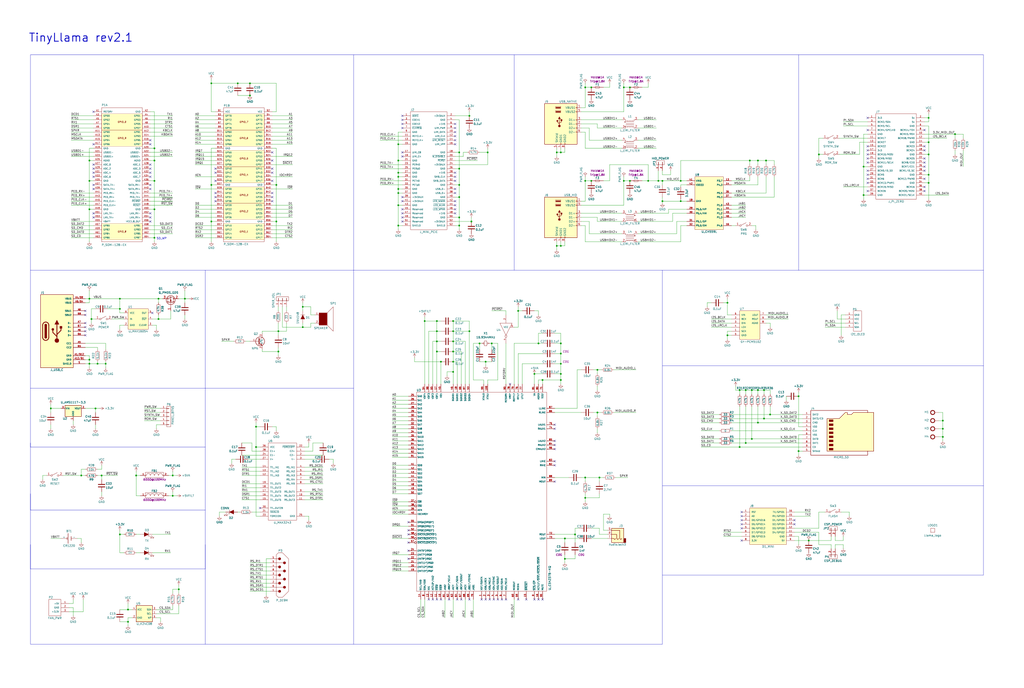
<source format=kicad_sch>
(kicad_sch (version 20230121) (generator eeschema)
  (paper "User" 640.004 429.997)
  (title_block (title "TinyLlama") (date "2023-02-10") (rev "2.1") (company "Eivind Bøhler"))
  (junction (at 478.79 100.33))
  (junction (at 303.53 226.06))
  (junction (at 539.75 104.14))
  (junction (at 50.8 297.18))
  (junction (at 287.02 115.57))
  (junction (at 473.71 264.16))
  (junction (at 248.92 128.27))
  (junction (at 359.41 334.01))
  (junction (at 283.21 219.71))
  (junction (at 323.85 194.31))
  (junction (at 189.23 191.77))
  (junction (at 248.92 110.49))
  (junction (at 350.52 237.49))
  (junction (at 462.28 243.84))
  (junction (at 350.52 153.67))
  (junction (at 307.34 214.63))
  (junction (at 477.52 243.84))
  (junction (at 294.64 138.43))
  (junction (at 283.21 207.01))
  (junction (at 55.88 227.33))
  (junction (at 454.66 189.23))
  (junction (at 466.09 243.84))
  (junction (at 115.57 186.69))
  (junction (at 350.52 214.63))
  (junction (at 189.23 204.47))
  (junction (at 505.46 337.82))
  (junction (at 156.21 59.69))
  (junction (at 59.69 255.27))
  (junction (at 473.71 100.33))
  (junction (at 96.52 130.81))
  (junction (at 287.02 123.19))
  (junction (at 425.45 113.03))
  (junction (at 99.06 199.39))
  (junction (at 580.39 109.22))
  (junction (at 248.92 118.11))
  (junction (at 96.52 92.71))
  (junction (at 74.93 186.69))
  (junction (at 283.21 200.66))
  (junction (at 160.02 279.4))
  (junction (at 63.5 297.18))
  (junction (at 350.52 233.68))
  (junction (at 55.88 224.79))
  (junction (at 172.72 138.43))
  (junction (at 365.76 113.03))
  (junction (at 80.01 381))
  (junction (at 273.05 207.01))
  (junction (at 74.93 193.04))
  (junction (at 369.57 113.03))
  (junction (at 55.88 100.33))
  (junction (at 248.92 100.33))
  (junction (at 353.06 336.55))
  (junction (at 334.01 233.68))
  (junction (at 393.7 54.61))
  (junction (at 107.95 309.88))
  (junction (at 365.76 298.45))
  (junction (at 57.15 199.39))
  (junction (at 96.52 100.33))
  (junction (at 425.45 125.73))
  (junction (at 132.08 52.07))
  (junction (at 248.92 120.65))
  (junction (at 304.8 95.25))
  (junction (at 273.05 200.66))
  (junction (at 248.92 140.97))
  (junction (at 173.99 219.71))
  (junction (at 393.7 113.03))
  (junction (at 389.89 54.61))
  (junction (at 466.09 276.86))
  (junction (at 156.21 52.07))
  (junction (at 293.37 207.01))
  (junction (at 511.81 96.52))
  (junction (at 273.05 213.36))
  (junction (at 55.88 186.69))
  (junction (at 347.98 95.25))
  (junction (at 265.43 200.66))
  (junction (at 350.52 220.98))
  (junction (at 74.93 334.01))
  (junction (at 132.08 138.43))
  (junction (at 580.39 88.9))
  (junction (at 414.02 125.73))
  (junction (at 287.02 105.41))
  (junction (at 336.55 214.63))
  (junction (at 248.92 90.17))
  (junction (at 589.28 267.97))
  (junction (at 477.52 261.62))
  (junction (at 132.08 115.57))
  (junction (at 411.48 113.03))
  (junction (at 468.63 100.33))
  (junction (at 148.59 52.07))
  (junction (at 273.05 219.71))
  (junction (at 374.65 298.45))
  (junction (at 275.59 226.06))
  (junction (at 373.38 231.14))
  (junction (at 173.99 207.01))
  (junction (at 55.88 130.81))
  (junction (at 283.21 226.06))
  (junction (at 481.33 259.08))
  (junction (at 60.96 227.33))
  (junction (at 31.75 255.27))
  (junction (at 350.52 95.25))
  (junction (at 283.21 232.41))
  (junction (at 365.76 311.15))
  (junction (at 499.11 281.94))
  (junction (at 580.39 96.52))
  (junction (at 347.98 153.67))
  (junction (at 339.09 237.49))
  (junction (at 107.95 297.18))
  (junction (at 55.88 113.03))
  (junction (at 414.02 113.03))
  (junction (at 469.9 243.84))
  (junction (at 96.52 113.03))
  (junction (at 160.02 266.7))
  (junction (at 283.21 213.36))
  (junction (at 99.06 186.69))
  (junction (at 353.06 349.25))
  (junction (at 580.39 73.66))
  (junction (at 350.52 227.33))
  (junction (at 589.28 273.05))
  (junction (at 85.09 297.18))
  (junction (at 299.72 214.63))
  (junction (at 589.28 262.89))
  (junction (at 172.72 115.57))
  (junction (at 499.11 247.65))
  (junction (at 66.04 227.33))
  (junction (at 389.89 113.03))
  (junction (at 287.02 135.89))
  (junction (at 365.76 54.61))
  (junction (at 580.39 114.3))
  (junction (at 454.66 209.55))
  (junction (at 539.75 121.92))
  (junction (at 373.38 257.81))
  (junction (at 469.9 274.32))
  (junction (at 462.28 279.4))
  (junction (at 248.92 107.95))
  (junction (at 80.01 388.62))
  (junction (at 287.02 95.25))
  (junction (at 96.52 148.59))
  (junction (at 293.37 72.39))
  (junction (at 473.71 243.84))
  (junction (at 596.9 83.82))
  (junction (at 287.02 140.97))
  (junction (at 405.13 113.03))
  (junction (at 111.76 368.3))
  (junction (at 369.57 54.61))
  (no_connect (at 58.42 115.57))
  (no_connect (at 58.42 118.11))
  (no_connect (at 93.98 115.57))
  (no_connect (at 93.98 118.11))
  (no_connect (at 463.55 325.12))
  (no_connect (at 463.55 327.66))
  (no_connect (at 463.55 330.2))
  (no_connect (at 496.57 325.12))
  (no_connect (at 496.57 327.66))
  (no_connect (at 463.55 337.82))
  (no_connect (at 318.77 240.03))
  (no_connect (at 542.29 81.28))
  (no_connect (at 542.29 91.44))
  (no_connect (at 542.29 96.52))
  (no_connect (at 542.29 99.06))
  (no_connect (at 542.29 101.6))
  (no_connect (at 542.29 106.68))
  (no_connect (at 542.29 109.22))
  (no_connect (at 542.29 111.76))
  (no_connect (at 542.29 119.38))
  (no_connect (at 577.85 81.28))
  (no_connect (at 577.85 91.44))
  (no_connect (at 577.85 93.98))
  (no_connect (at 577.85 99.06))
  (no_connect (at 577.85 101.6))
  (no_connect (at 577.85 104.14))
  (no_connect (at 577.85 106.68))
  (no_connect (at 577.85 111.76))
  (no_connect (at 577.85 116.84))
  (no_connect (at 577.85 119.38))
  (no_connect (at 542.29 73.66))
  (no_connect (at 542.29 93.98))
  (no_connect (at 323.85 374.65))
  (no_connect (at 251.46 72.39))
  (no_connect (at 251.46 74.93))
  (no_connect (at 251.46 77.47))
  (no_connect (at 251.46 80.01))
  (no_connect (at 251.46 95.25))
  (no_connect (at 251.46 97.79))
  (no_connect (at 251.46 123.19))
  (no_connect (at 251.46 125.73))
  (no_connect (at 251.46 130.81))
  (no_connect (at 251.46 133.35))
  (no_connect (at 251.46 135.89))
  (no_connect (at 251.46 138.43))
  (no_connect (at 284.48 77.47))
  (no_connect (at 284.48 80.01))
  (no_connect (at 284.48 82.55))
  (no_connect (at 284.48 85.09))
  (no_connect (at 284.48 87.63))
  (no_connect (at 284.48 90.17))
  (no_connect (at 284.48 107.95))
  (no_connect (at 284.48 110.49))
  (no_connect (at 284.48 113.03))
  (no_connect (at 284.48 118.11))
  (no_connect (at 284.48 120.65))
  (no_connect (at 284.48 125.73))
  (no_connect (at 284.48 128.27))
  (no_connect (at 284.48 130.81))
  (no_connect (at 284.48 133.35))
  (no_connect (at 255.27 344.17))
  (no_connect (at 58.42 69.85))
  (no_connect (at 255.27 326.39))
  (no_connect (at 255.27 331.47))
  (no_connect (at 255.27 334.01))
  (no_connect (at 255.27 339.09))
  (no_connect (at 134.62 107.95))
  (no_connect (at 170.18 107.95))
  (no_connect (at 170.18 123.19))
  (no_connect (at 170.18 105.41))
  (no_connect (at 170.18 113.03))
  (no_connect (at 134.62 105.41))
  (no_connect (at 134.62 113.03))
  (no_connect (at 134.62 123.19))
  (no_connect (at 93.98 138.43))
  (no_connect (at 93.98 90.17))
  (no_connect (at 162.56 317.5))
  (no_connect (at 346.71 265.43))
  (no_connect (at 346.71 267.97))
  (no_connect (at 346.71 275.59))
  (no_connect (at 346.71 278.13))
  (no_connect (at 346.71 280.67))
  (no_connect (at 346.71 288.29))
  (no_connect (at 346.71 290.83))
  (no_connect (at 58.42 133.35))
  (no_connect (at 58.42 135.89))
  (no_connect (at 93.98 133.35))
  (no_connect (at 93.98 135.89))
  (no_connect (at 53.34 196.85))
  (no_connect (at 53.34 194.31))
  (no_connect (at 267.97 374.65))
  (no_connect (at 270.51 374.65))
  (no_connect (at 273.05 374.65))
  (no_connect (at 275.59 374.65))
  (no_connect (at 280.67 374.65))
  (no_connect (at 285.75 374.65))
  (no_connect (at 288.29 374.65))
  (no_connect (at 293.37 374.65))
  (no_connect (at 300.99 374.65))
  (no_connect (at 303.53 374.65))
  (no_connect (at 306.07 374.65))
  (no_connect (at 308.61 374.65))
  (no_connect (at 311.15 374.65))
  (no_connect (at 313.69 374.65))
  (no_connect (at 316.23 374.65))
  (no_connect (at 346.71 300.99))
  (no_connect (at 170.18 95.25))
  (no_connect (at 170.18 100.33))
  (no_connect (at 93.98 87.63))
  (no_connect (at 463.55 320.04))
  (no_connect (at 463.55 322.58))
  (no_connect (at 58.42 102.87))
  (no_connect (at 58.42 105.41))
  (no_connect (at 58.42 107.95))
  (no_connect (at 58.42 110.49))
  (no_connect (at 93.98 102.87))
  (no_connect (at 93.98 105.41))
  (no_connect (at 93.98 107.95))
  (no_connect (at 93.98 110.49))
  (no_connect (at 134.62 120.65))
  (no_connect (at 134.62 125.73))
  (no_connect (at 170.18 120.65))
  (no_connect (at 170.18 125.73))
  (no_connect (at 53.34 209.55))
  (no_connect (at 53.34 204.47))
  (no_connect (at 53.34 207.01))
  (no_connect (at 53.34 201.93))
  (no_connect (at 542.29 114.3))
  (no_connect (at 328.93 374.65))
  (no_connect (at 334.01 374.65))
  (no_connect (at 336.55 374.65))
  (no_connect (at 339.09 374.65))
  (no_connect (at 255.27 349.25))
  (no_connect (at 95.25 195.58))
  (no_connect (at 58.42 90.17))
  (wire (pts (xy 74.93 381) (xy 80.01 381)))
  (wire (pts (xy 163.83 218.44) (xy 163.83 219.71)))
  (wire (pts (xy 163.83 219.71) (xy 173.99 219.71)))
  (wire (pts (xy 419.1 106.68) (xy 419.1 109.22)))
  (wire (pts (xy 190.5 279.4) (xy 193.04 279.4)))
  (wire (pts (xy 193.04 276.86) (xy 193.04 279.4)))
  (wire (pts (xy 245.11 346.71) (xy 255.27 346.71)))
  (wire (pts (xy 31.75 265.43) (xy 31.75 267.97)))
  (wire (pts (xy 283.21 213.36) (xy 290.83 213.36)))
  (wire (pts (xy 290.83 213.36) (xy 290.83 240.03)))
  (wire (pts (xy 477.52 254) (xy 477.52 261.62)))
  (wire (pts (xy 515.62 204.47) (xy 528.32 204.47)))
  (wire (pts (xy 43.18 377.19) (xy 45.72 377.19)))
  (wire (pts (xy 45.72 377.19) (xy 45.72 374.65)))
  (wire (pts (xy 121.92 130.81) (xy 134.62 130.81)))
  (wire (pts (xy 577.85 78.74) (xy 580.39 78.74)))
  (wire (pts (xy 580.39 78.74) (xy 580.39 88.9)))
  (wire (pts (xy 580.39 88.9) (xy 580.39 96.52)))
  (wire (pts (xy 580.39 96.52) (xy 580.39 109.22)))
  (wire (pts (xy 580.39 109.22) (xy 580.39 114.3)))
  (wire (pts (xy 580.39 114.3) (xy 580.39 124.46)))
  (polyline (pts (xy 614.68 228.6) (xy 614.68 168.91)))
  (wire (pts (xy 99.06 196.85) (xy 99.06 199.39)))
  (wire (pts (xy 454.66 196.85) (xy 457.2 196.85)))
  (wire (pts (xy 248.92 118.11) (xy 248.92 120.65)))
  (wire (pts (xy 248.92 120.65) (xy 251.46 120.65)))
  (wire (pts (xy 248.92 128.27) (xy 248.92 140.97)))
  (wire (pts (xy 248.92 140.97) (xy 251.46 140.97)))
  (wire (pts (xy 121.92 85.09) (xy 134.62 85.09)))
  (wire (pts (xy 151.13 294.64) (xy 162.56 294.64)))
  (wire (pts (xy 350.52 153.67) (xy 347.98 153.67)))
  (wire (pts (xy 373.38 257.81) (xy 373.38 260.35)))
  (wire (pts (xy 44.45 123.19) (xy 58.42 123.19)))
  (wire (pts (xy 245.11 257.81) (xy 255.27 257.81)))
  (wire (pts (xy 115.57 186.69) (xy 118.11 186.69)))
  (wire (pts (xy 156.21 354.33) (xy 168.91 354.33)))
  (wire (pts (xy 100.33 265.43) (xy 97.79 265.43)))
  (wire (pts (xy 151.13 297.18) (xy 162.56 297.18)))
  (wire (pts (xy 521.97 335.28) (xy 521.97 337.82)))
  (wire (pts (xy 539.75 83.82) (xy 539.75 104.14)))
  (wire (pts (xy 539.75 104.14) (xy 542.29 104.14)))
  (wire (pts (xy 542.29 83.82) (xy 539.75 83.82)))
  (wire (pts (xy 339.09 237.49) (xy 350.52 237.49)))
  (wire (pts (xy 339.09 240.03) (xy 339.09 237.49)))
  (wire (pts (xy 245.11 295.91) (xy 255.27 295.91)))
  (wire (pts (xy 473.71 100.33) (xy 478.79 100.33)))
  (wire (pts (xy 283.21 213.36) (xy 283.21 219.71)))
  (wire (pts (xy 537.21 88.9) (xy 542.29 88.9)))
  (wire (pts (xy 511.81 86.36) (xy 511.81 96.52)))
  (wire (pts (xy 468.63 100.33) (xy 473.71 100.33)))
  (wire (pts (xy 156.21 359.41) (xy 168.91 359.41)))
  (wire (pts (xy 438.15 279.4) (xy 462.28 279.4)))
  (wire (pts (xy 369.57 336.55) (xy 379.73 336.55)))
  (polyline (pts (xy 414.02 303.53) (xy 614.68 303.53)))
  (wire (pts (xy 457.2 133.35) (xy 466.09 133.35)))
  (wire (pts (xy 53.34 217.17) (xy 60.96 217.17)))
  (wire (pts (xy 93.98 82.55) (xy 107.95 82.55)))
  (wire (pts (xy 95.25 345.44) (xy 106.68 345.44)))
  (wire (pts (xy 468.63 110.49) (xy 468.63 113.03)))
  (wire (pts (xy 111.76 378.46) (xy 111.76 383.54)))
  (wire (pts (xy 245.11 275.59) (xy 255.27 275.59)))
  (wire (pts (xy 388.62 87.63) (xy 368.3 87.63)))
  (wire (pts (xy 93.98 148.59) (xy 96.52 148.59)))
  (wire (pts (xy 511.81 330.2) (xy 511.81 320.04)))
  (wire (pts (xy 44.45 125.73) (xy 58.42 125.73)))
  (wire (pts (xy 90.17 257.81) (xy 100.33 257.81)))
  (wire (pts (xy 132.08 52.07) (xy 148.59 52.07)))
  (wire (pts (xy 132.08 69.85) (xy 132.08 52.07)))
  (wire (pts (xy 134.62 69.85) (xy 132.08 69.85)))
  (wire (pts (xy 496.57 322.58) (xy 506.73 322.58)))
  (wire (pts (xy 107.95 72.39) (xy 93.98 72.39)))
  (wire (pts (xy 454.66 207.01) (xy 454.66 209.55)))
  (wire (pts (xy 454.66 209.55) (xy 457.2 209.55)))
  (wire (pts (xy 457.2 207.01) (xy 454.66 207.01)))
  (wire (pts (xy 287.02 123.19) (xy 287.02 135.89)))
  (wire (pts (xy 287.02 135.89) (xy 284.48 135.89)))
  (wire (pts (xy 422.91 146.05) (xy 422.91 138.43)))
  (wire (pts (xy 237.49 87.63) (xy 251.46 87.63)))
  (wire (pts (xy 283.21 200.66) (xy 293.37 200.66)))
  (wire (pts (xy 293.37 200.66) (xy 293.37 207.01)))
  (wire (pts (xy 499.11 271.78) (xy 499.11 281.94)))
  (wire (pts (xy 365.76 54.61) (xy 369.57 54.61)))
  (wire (pts (xy 248.92 82.55) (xy 248.92 90.17)))
  (wire (pts (xy 248.92 90.17) (xy 251.46 90.17)))
  (wire (pts (xy 251.46 82.55) (xy 248.92 82.55)))
  (wire (pts (xy 284.48 74.93) (xy 287.02 74.93)))
  (wire (pts (xy 287.02 74.93) (xy 287.02 95.25)))
  (wire (pts (xy 287.02 95.25) (xy 284.48 95.25)))
  (wire (pts (xy 151.13 292.1) (xy 162.56 292.1)))
  (wire (pts (xy 74.93 203.2) (xy 74.93 205.74)))
  (polyline (pts (xy 128.27 355.6) (xy 128.27 318.77)))
  (wire (pts (xy 468.63 100.33) (xy 468.63 102.87)))
  (wire (pts (xy 365.76 92.71) (xy 365.76 82.55)))
  (wire (pts (xy 294.64 135.89) (xy 294.64 138.43)))
  (wire (pts (xy 53.34 189.23) (xy 55.88 189.23)))
  (wire (pts (xy 245.11 356.87) (xy 255.27 356.87)))
  (wire (pts (xy 398.78 138.43) (xy 420.37 138.43)))
  (wire (pts (xy 50.8 297.18) (xy 53.34 297.18)))
  (polyline (pts (xy 220.98 402.59) (xy 128.27 402.59)))
  (wire (pts (xy 59.69 199.39) (xy 57.15 199.39)))
  (wire (pts (xy 154.94 287.02) (xy 162.56 287.02)))
  (polyline (pts (xy 499.11 34.29) (xy 614.68 34.29)))
  (wire (pts (xy 417.83 133.35) (xy 417.83 130.81)))
  (wire (pts (xy 457.2 113.03) (xy 468.63 113.03)))
  (wire (pts (xy 523.24 194.31) (xy 523.24 199.39)))
  (wire (pts (xy 173.99 191.77) (xy 173.99 194.31)))
  (wire (pts (xy 365.76 140.97) (xy 363.22 140.97)))
  (wire (pts (xy 105.41 297.18) (xy 107.95 297.18)))
  (wire (pts (xy 107.95 297.18) (xy 110.49 297.18)))
  (wire (pts (xy 411.48 106.68) (xy 411.48 113.03)))
  (wire (pts (xy 283.21 207.01) (xy 283.21 213.36)))
  (wire (pts (xy 511.81 96.52) (xy 511.81 99.06)))
  (wire (pts (xy 170.18 138.43) (xy 172.72 138.43)))
  (wire (pts (xy 172.72 138.43) (xy 172.72 151.13)))
  (wire (pts (xy 95.25 199.39) (xy 99.06 199.39)))
  (wire (pts (xy 496.57 335.28) (xy 499.11 335.28)))
  (wire (pts (xy 85.09 294.64) (xy 85.09 297.18)))
  (wire (pts (xy 85.09 297.18) (xy 87.63 297.18)))
  (wire (pts (xy 107.95 307.34) (xy 107.95 309.88)))
  (wire (pts (xy 265.43 374.65) (xy 265.43 386.08)))
  (wire (pts (xy 528.32 196.85) (xy 525.78 196.85)))
  (wire (pts (xy 245.11 262.89) (xy 255.27 262.89)))
  (wire (pts (xy 368.3 146.05) (xy 368.3 138.43)))
  (wire (pts (xy 172.72 115.57) (xy 170.18 115.57)))
  (wire (pts (xy 172.72 138.43) (xy 172.72 115.57)))
  (polyline (pts (xy 614.68 228.6) (xy 614.68 303.53)))
  (wire (pts (xy 132.08 92.71) (xy 132.08 115.57)))
  (wire (pts (xy 132.08 115.57) (xy 134.62 115.57)))
  (wire (pts (xy 134.62 92.71) (xy 132.08 92.71)))
  (wire (pts (xy 527.05 76.2) (xy 542.29 76.2)))
  (polyline (pts (xy 220.98 168.91) (xy 414.02 168.91)))
  (wire (pts (xy 377.19 321.31) (xy 381 321.31)))
  (wire (pts (xy 377.19 331.47) (xy 377.19 321.31)))
  (wire (pts (xy 379.73 331.47) (xy 377.19 331.47)))
  (wire (pts (xy 381 321.31) (xy 381 322.58)))
  (wire (pts (xy 420.37 138.43) (xy 420.37 133.35)))
  (wire (pts (xy 59.69 255.27) (xy 59.69 257.81)))
  (wire (pts (xy 45.72 262.89) (xy 45.72 265.43)))
  (polyline (pts (xy 220.98 168.91) (xy 220.98 242.57)))
  (wire (pts (xy 420.37 133.35) (xy 429.26 133.35)))
  (wire (pts (xy 410.21 80.01) (xy 398.78 80.01)))
  (wire (pts (xy 60.96 227.33) (xy 55.88 227.33)))
  (wire (pts (xy 368.3 80.01) (xy 363.22 80.01)))
  (wire (pts (xy 156.21 361.95) (xy 168.91 361.95)))
  (wire (pts (xy 370.84 231.14) (xy 373.38 231.14)))
  (wire (pts (xy 457.2 123.19) (xy 483.87 123.19)))
  (wire (pts (xy 245.11 252.73) (xy 255.27 252.73)))
  (wire (pts (xy 44.45 138.43) (xy 58.42 138.43)))
  (polyline (pts (xy 499.11 168.91) (xy 414.02 168.91)))
  (wire (pts (xy 157.48 276.86) (xy 157.48 281.94)))
  (wire (pts (xy 162.56 281.94) (xy 157.48 281.94)))
  (wire (pts (xy 454.66 209.55) (xy 454.66 212.09)))
  (wire (pts (xy 441.96 189.23) (xy 441.96 191.77)))
  (wire (pts (xy 444.5 189.23) (xy 441.96 189.23)))
  (wire (pts (xy 148.59 52.07) (xy 156.21 52.07)))
  (wire (pts (xy 170.18 69.85) (xy 172.72 69.85)))
  (wire (pts (xy 172.72 52.07) (xy 156.21 52.07)))
  (wire (pts (xy 172.72 69.85) (xy 172.72 52.07)))
  (wire (pts (xy 237.49 102.87) (xy 251.46 102.87)))
  (wire (pts (xy 166.37 349.25) (xy 166.37 372.11)))
  (wire (pts (xy 74.93 331.47) (xy 74.93 334.01)))
  (wire (pts (xy 77.47 334.01) (xy 74.93 334.01)))
  (wire (pts (xy 237.49 85.09) (xy 251.46 85.09)))
  (wire (pts (xy 100.33 386.08) (xy 100.33 388.62)))
  (wire (pts (xy 586.74 267.97) (xy 589.28 267.97)))
  (wire (pts (xy 589.28 262.89) (xy 589.28 267.97)))
  (wire (pts (xy 96.52 130.81) (xy 96.52 148.59)))
  (wire (pts (xy 96.52 148.59) (xy 96.52 151.13)))
  (wire (pts (xy 245.11 354.33) (xy 255.27 354.33)))
  (wire (pts (xy 99.06 199.39) (xy 106.68 199.39)))
  (wire (pts (xy 457.2 274.32) (xy 469.9 274.32)))
  (wire (pts (xy 478.79 110.49) (xy 478.79 120.65)))
  (wire (pts (xy 336.55 208.28) (xy 339.09 208.28)))
  (wire (pts (xy 336.55 214.63) (xy 336.55 208.28)))
  (wire (pts (xy 323.85 220.98) (xy 339.09 220.98)))
  (wire (pts (xy 323.85 240.03) (xy 323.85 220.98)))
  (wire (pts (xy 284.48 72.39) (xy 293.37 72.39)))
  (wire (pts (xy 477.52 243.84) (xy 481.33 243.84)))
  (wire (pts (xy 90.17 262.89) (xy 100.33 262.89)))
  (wire (pts (xy 245.11 250.19) (xy 255.27 250.19)))
  (wire (pts (xy 97.79 265.43) (xy 97.79 267.97)))
  (wire (pts (xy 55.88 186.69) (xy 74.93 186.69)))
  (wire (pts (xy 85.09 297.18) (xy 85.09 309.88)))
  (wire (pts (xy 85.09 309.88) (xy 87.63 309.88)))
  (wire (pts (xy 283.21 226.06) (xy 283.21 232.41)))
  (wire (pts (xy 374.65 330.2) (xy 374.65 334.01)))
  (wire (pts (xy 374.65 334.01) (xy 379.73 334.01)))
  (wire (pts (xy 93.98 140.97) (xy 107.95 140.97)))
  (wire (pts (xy 299.72 226.06) (xy 303.53 226.06)))
  (wire (pts (xy 303.53 226.06) (xy 307.34 226.06)))
  (wire (pts (xy 245.11 308.61) (xy 255.27 308.61)))
  (wire (pts (xy 539.75 104.14) (xy 539.75 121.92)))
  (wire (pts (xy 539.75 121.92) (xy 542.29 121.92)))
  (wire (pts (xy 290.83 374.65) (xy 290.83 386.08)))
  (wire (pts (xy 74.93 334.01) (xy 74.93 345.44)))
  (wire (pts (xy 111.76 365.76) (xy 111.76 368.3)))
  (wire (pts (xy 151.13 312.42) (xy 162.56 312.42)))
  (wire (pts (xy 93.98 143.51) (xy 107.95 143.51)))
  (wire (pts (xy 283.21 219.71) (xy 283.21 226.06)))
  (wire (pts (xy 365.76 151.13) (xy 365.76 140.97)))
  (wire (pts (xy 77.47 195.58) (xy 74.93 195.58)))
  (wire (pts (xy 107.95 368.3) (xy 111.76 368.3)))
  (wire (pts (xy 107.95 370.84) (xy 107.95 368.3)))
  (wire (pts (xy 111.76 368.3) (xy 111.76 370.84)))
  (wire (pts (xy 245.11 283.21) (xy 255.27 283.21)))
  (wire (pts (xy 359.41 330.2) (xy 361.95 330.2)))
  (wire (pts (xy 359.41 334.01) (xy 359.41 330.2)))
  (polyline (pts (xy 19.05 402.59) (xy 128.27 402.59)))
  (wire (pts (xy 405.13 52.07) (xy 405.13 54.61)))
  (wire (pts (xy 586.74 257.81) (xy 589.28 257.81)))
  (wire (pts (xy 589.28 257.81) (xy 589.28 262.89)))
  (wire (pts (xy 589.28 262.89) (xy 586.74 262.89)))
  (polyline (pts (xy 614.68 359.41) (xy 614.68 303.53)))
  (wire (pts (xy 87.63 334.01) (xy 85.09 334.01)))
  (wire (pts (xy 157.48 320.04) (xy 162.56 320.04)))
  (wire (pts (xy 48.26 336.55) (xy 50.8 336.55)))
  (wire (pts (xy 50.8 336.55) (xy 50.8 339.09)))
  (wire (pts (xy 365.76 151.13) (xy 388.62 151.13)))
  (wire (pts (xy 365.76 82.55) (xy 363.22 82.55)))
  (wire (pts (xy 457.2 261.62) (xy 477.52 261.62)))
  (wire (pts (xy 53.34 255.27) (xy 59.69 255.27)))
  (wire (pts (xy 121.92 72.39) (xy 134.62 72.39)))
  (wire (pts (xy 481.33 259.08) (xy 501.65 259.08)))
  (wire (pts (xy 469.9 243.84) (xy 473.71 243.84)))
  (wire (pts (xy 160.02 279.4) (xy 160.02 322.58)))
  (wire (pts (xy 173.99 219.71) (xy 173.99 222.25)))
  (polyline (pts (xy 19.05 318.77) (xy 128.27 318.77)))
  (wire (pts (xy 190.5 322.58) (xy 193.04 322.58)))
  (wire (pts (xy 193.04 322.58) (xy 193.04 325.12)))
  (wire (pts (xy 60.96 226.06) (xy 60.96 227.33)))
  (wire (pts (xy 172.72 92.71) (xy 170.18 92.71)))
  (wire (pts (xy 172.72 115.57) (xy 172.72 92.71)))
  (wire (pts (xy 93.98 97.79) (xy 107.95 97.79)))
  (wire (pts (xy 368.3 138.43) (xy 363.22 138.43)))
  (wire (pts (xy 121.92 80.01) (xy 134.62 80.01)))
  (wire (pts (xy 577.85 88.9) (xy 580.39 88.9)))
  (wire (pts (xy 347.98 95.25) (xy 347.98 97.79)))
  (wire (pts (xy 245.11 321.31) (xy 255.27 321.31)))
  (polyline (pts (xy 128.27 242.57) (xy 19.05 242.57)))
  (wire (pts (xy 283.21 219.71) (xy 288.29 219.71)))
  (wire (pts (xy 288.29 219.71) (xy 288.29 240.03)))
  (wire (pts (xy 170.18 148.59) (xy 182.88 148.59)))
  (wire (pts (xy 347.98 95.25) (xy 347.98 92.71)))
  (wire (pts (xy 99.06 186.69) (xy 99.06 189.23)))
  (polyline (pts (xy 414.02 228.6) (xy 614.68 228.6)))
  (wire (pts (xy 346.71 214.63) (xy 350.52 214.63)))
  (wire (pts (xy 350.52 214.63) (xy 350.52 220.98)))
  (wire (pts (xy 190.5 312.42) (xy 201.93 312.42)))
  (wire (pts (xy 389.89 54.61) (xy 393.7 54.61)))
  (wire (pts (xy 346.71 334.01) (xy 359.41 334.01)))
  (wire (pts (xy 170.18 80.01) (xy 182.88 80.01)))
  (wire (pts (xy 365.76 308.61) (xy 365.76 311.15)))
  (wire (pts (xy 365.76 311.15) (xy 365.76 313.69)))
  (wire (pts (xy 162.56 284.48) (xy 151.13 284.48)))
  (wire (pts (xy 577.85 83.82) (xy 596.9 83.82)))
  (wire (pts (xy 596.9 83.82) (xy 601.98 83.82)))
  (wire (pts (xy 299.72 214.63) (xy 300.99 214.63)))
  (wire (pts (xy 299.72 218.44) (xy 299.72 214.63)))
  (wire (pts (xy 425.45 116.84) (xy 425.45 115.57)))
  (polyline (pts (xy 321.31 34.29) (xy 321.31 168.91)))
  (wire (pts (xy 388.62 146.05) (xy 368.3 146.05)))
  (wire (pts (xy 77.47 203.2) (xy 74.93 203.2)))
  (wire (pts (xy 425.45 115.57) (xy 429.26 115.57)))
  (wire (pts (xy 457.2 269.24) (xy 501.65 269.24)))
  (wire (pts (xy 284.48 97.79) (xy 289.56 97.79)))
  (wire (pts (xy 289.56 95.25) (xy 292.1 95.25)))
  (wire (pts (xy 289.56 97.79) (xy 289.56 95.25)))
  (wire (pts (xy 449.58 276.86) (xy 438.15 276.86)))
  (wire (pts (xy 577.85 96.52) (xy 580.39 96.52)))
  (wire (pts (xy 156.21 351.79) (xy 168.91 351.79)))
  (wire (pts (xy 93.98 130.81) (xy 96.52 130.81)))
  (wire (pts (xy 96.52 113.03) (xy 96.52 130.81)))
  (wire (pts (xy 410.21 74.93) (xy 398.78 74.93)))
  (polyline (pts (xy 19.05 168.91) (xy 19.05 242.57)))
  (wire (pts (xy 425.45 151.13) (xy 425.45 140.97)))
  (wire (pts (xy 496.57 320.04) (xy 506.73 320.04)))
  (wire (pts (xy 245.11 298.45) (xy 255.27 298.45)))
  (wire (pts (xy 511.81 320.04) (xy 515.62 320.04)))
  (wire (pts (xy 259.08 223.52) (xy 259.08 226.06)))
  (wire (pts (xy 259.08 226.06) (xy 275.59 226.06)))
  (wire (pts (xy 284.48 138.43) (xy 294.64 138.43)))
  (wire (pts (xy 121.92 95.25) (xy 134.62 95.25)))
  (wire (pts (xy 350.52 95.25) (xy 347.98 95.25)))
  (wire (pts (xy 452.12 332.74) (xy 463.55 332.74)))
  (polyline (pts (xy 19.05 340.36) (xy 19.05 402.59)))
  (wire (pts (xy 93.98 85.09) (xy 107.95 85.09)))
  (wire (pts (xy 577.85 121.92) (xy 593.09 121.92)))
  (wire (pts (xy 389.89 113.03) (xy 393.7 113.03)))
  (wire (pts (xy 389.89 128.27) (xy 389.89 113.03)))
  (polyline (pts (xy 19.05 168.91) (xy 19.05 34.29)))
  (wire (pts (xy 425.45 125.73) (xy 414.02 125.73)))
  (wire (pts (xy 106.68 199.39) (xy 106.68 194.31)))
  (wire (pts (xy 478.79 196.85) (xy 492.76 196.85)))
  (wire (pts (xy 398.78 146.05) (xy 422.91 146.05)))
  (wire (pts (xy 346.71 208.28) (xy 350.52 208.28)))
  (wire (pts (xy 350.52 208.28) (xy 350.52 214.63)))
  (wire (pts (xy 245.11 313.69) (xy 255.27 313.69)))
  (wire (pts (xy 170.18 266.7) (xy 172.72 266.7)))
  (wire (pts (xy 172.72 266.7) (xy 172.72 269.24)))
  (wire (pts (xy 80.01 377.19) (xy 80.01 381)))
  (wire (pts (xy 151.13 309.88) (xy 162.56 309.88)))
  (wire (pts (xy 469.9 140.97) (xy 472.44 140.97)))
  (wire (pts (xy 477.52 246.38) (xy 477.52 243.84)))
  (wire (pts (xy 93.98 128.27) (xy 107.95 128.27)))
  (wire (pts (xy 459.74 243.84) (xy 459.74 241.3)))
  (wire (pts (xy 373.38 257.81) (xy 375.92 257.81)))
  (wire (pts (xy 190.5 299.72) (xy 201.93 299.72)))
  (wire (pts (xy 469.9 254) (xy 469.9 274.32)))
  (wire (pts (xy 377.19 54.61) (xy 381 54.61)))
  (wire (pts (xy 347.98 153.67) (xy 347.98 156.21)))
  (wire (pts (xy 74.93 195.58) (xy 74.93 193.04)))
  (wire (pts (xy 270.51 213.36) (xy 270.51 240.03)))
  (wire (pts (xy 270.51 213.36) (xy 273.05 213.36)))
  (wire (pts (xy 273.05 213.36) (xy 275.59 213.36)))
  (wire (pts (xy 284.48 102.87) (xy 304.8 102.87)))
  (wire (pts (xy 304.8 92.71) (xy 304.8 95.25)))
  (wire (pts (xy 304.8 95.25) (xy 304.8 102.87)))
  (wire (pts (xy 53.34 224.79) (xy 55.88 224.79)))
  (wire (pts (xy 87.63 345.44) (xy 85.09 345.44)))
  (wire (pts (xy 245.11 278.13) (xy 255.27 278.13)))
  (wire (pts (xy 69.85 199.39) (xy 77.47 199.39)))
  (wire (pts (xy 95.25 334.01) (xy 106.68 334.01)))
  (wire (pts (xy 44.45 85.09) (xy 58.42 85.09)))
  (wire (pts (xy 425.45 113.03) (xy 425.45 100.33)))
  (wire (pts (xy 462.28 279.4) (xy 501.65 279.4)))
  (wire (pts (xy 365.76 298.45) (xy 374.65 298.45)))
  (wire (pts (xy 374.65 298.45) (xy 374.65 300.99)))
  (wire (pts (xy 601.98 93.98) (xy 601.98 104.14)))
  (wire (pts (xy 59.69 193.04) (xy 57.15 193.04)))
  (wire (pts (xy 483.87 123.19) (xy 483.87 110.49)))
  (wire (pts (xy 39.37 297.18) (xy 50.8 297.18)))
  (polyline (pts (xy 499.11 34.29) (xy 499.11 168.91)))
  (wire (pts (xy 60.96 217.17) (xy 60.96 218.44)))
  (wire (pts (xy 527.05 116.84) (xy 542.29 116.84)))
  (wire (pts (xy 389.89 110.49) (xy 389.89 113.03)))
  (wire (pts (xy 299.72 95.25) (xy 304.8 95.25)))
  (wire (pts (xy 190.5 302.26) (xy 201.93 302.26)))
  (wire (pts (xy 245.11 328.93) (xy 255.27 328.93)))
  (wire (pts (xy 462.28 243.84) (xy 462.28 246.38)))
  (polyline (pts (xy 614.68 34.29) (xy 614.68 168.91)))
  (wire (pts (xy 190.5 292.1) (xy 201.93 292.1)))
  (wire (pts (xy 182.88 102.87) (xy 170.18 102.87)))
  (wire (pts (xy 148.59 320.04) (xy 149.86 320.04)))
  (polyline (pts (xy 220.98 242.57) (xy 220.98 402.59)))
  (wire (pts (xy 53.34 186.69) (xy 55.88 186.69)))
  (wire (pts (xy 168.91 349.25) (xy 166.37 349.25)))
  (wire (pts (xy 466.09 246.38) (xy 466.09 243.84)))
  (wire (pts (xy 444.5 199.39) (xy 457.2 199.39)))
  (wire (pts (xy 411.48 113.03) (xy 414.02 113.03)))
  (wire (pts (xy 295.91 374.65) (xy 295.91 386.08)))
  (wire (pts (xy 245.11 247.65) (xy 255.27 247.65)))
  (wire (pts (xy 44.45 80.01) (xy 58.42 80.01)))
  (wire (pts (xy 478.79 100.33) (xy 483.87 100.33)))
  (wire (pts (xy 151.13 276.86) (xy 157.48 276.86)))
  (wire (pts (xy 55.88 186.69) (xy 55.88 189.23)))
  (wire (pts (xy 530.86 320.04) (xy 530.86 322.58)))
  (wire (pts (xy 293.37 69.85) (xy 293.37 72.39)))
  (wire (pts (xy 303.53 226.06) (xy 303.53 228.6)))
  (wire (pts (xy 505.46 337.82) (xy 519.43 337.82)))
  (wire (pts (xy 577.85 73.66) (xy 580.39 73.66)))
  (wire (pts (xy 580.39 71.12) (xy 580.39 73.66)))
  (polyline (pts (xy 321.31 34.29) (xy 499.11 34.29)))
  (wire (pts (xy 365.76 113.03) (xy 369.57 113.03)))
  (wire (pts (xy 190.5 281.94) (xy 195.58 281.94)))
  (wire (pts (xy 195.58 276.86) (xy 201.93 276.86)))
  (wire (pts (xy 195.58 281.94) (xy 195.58 276.86)))
  (wire (pts (xy 95.25 203.2) (xy 97.79 203.2)))
  (wire (pts (xy 410.21 92.71) (xy 398.78 92.71)))
  (polyline (pts (xy 19.05 34.29) (xy 220.98 34.29)))
  (wire (pts (xy 121.92 77.47) (xy 134.62 77.47)))
  (wire (pts (xy 90.17 255.27) (xy 100.33 255.27)))
  (wire (pts (xy 346.71 233.68) (xy 350.52 233.68)))
  (wire (pts (xy 350.52 233.68) (xy 350.52 237.49)))
  (wire (pts (xy 452.12 189.23) (xy 454.66 189.23)))
  (wire (pts (xy 454.66 189.23) (xy 454.66 196.85)))
  (wire (pts (xy 473.71 243.84) (xy 477.52 243.84)))
  (wire (pts (xy 121.92 135.89) (xy 134.62 135.89)))
  (wire (pts (xy 449.58 259.08) (xy 438.15 259.08)))
  (wire (pts (xy 589.28 273.05) (xy 589.28 275.59)))
  (wire (pts (xy 521.97 342.9) (xy 521.97 340.36)))
  (wire (pts (xy 63.5 307.34) (xy 63.5 309.88)))
  (wire (pts (xy 462.28 243.84) (xy 459.74 243.84)))
  (wire (pts (xy 466.09 243.84) (xy 462.28 243.84)))
  (wire (pts (xy 55.88 92.71) (xy 55.88 100.33)))
  (wire (pts (xy 55.88 100.33) (xy 58.42 100.33)))
  (wire (pts (xy 58.42 92.71) (xy 55.88 92.71)))
  (wire (pts (xy 59.69 255.27) (xy 62.23 255.27)))
  (wire (pts (xy 105.41 309.88) (xy 107.95 309.88)))
  (wire (pts (xy 107.95 309.88) (xy 110.49 309.88)))
  (wire (pts (xy 205.74 287.02) (xy 208.28 287.02)))
  (wire (pts (xy 208.28 287.02) (xy 208.28 289.56)))
  (wire (pts (xy 44.45 97.79) (xy 58.42 97.79)))
  (wire (pts (xy 93.98 77.47) (xy 107.95 77.47)))
  (wire (pts (xy 389.89 69.85) (xy 389.89 54.61)))
  (wire (pts (xy 383.54 231.14) (xy 397.51 231.14)))
  (wire (pts (xy 245.11 316.23) (xy 255.27 316.23)))
  (wire (pts (xy 248.92 110.49) (xy 248.92 118.11)))
  (wire (pts (xy 248.92 118.11) (xy 251.46 118.11)))
  (wire (pts (xy 425.45 100.33) (xy 468.63 100.33)))
  (wire (pts (xy 66.04 227.33) (xy 66.04 229.87)))
  (wire (pts (xy 577.85 114.3) (xy 580.39 114.3)))
  (wire (pts (xy 173.99 201.93) (xy 173.99 207.01)))
  (wire (pts (xy 179.07 201.93) (xy 179.07 207.01)))
  (wire (pts (xy 179.07 207.01) (xy 173.99 207.01)))
  (polyline (pts (xy 128.27 168.91) (xy 128.27 242.57)))
  (wire (pts (xy 245.11 285.75) (xy 255.27 285.75)))
  (wire (pts (xy 326.39 227.33) (xy 339.09 227.33)))
  (wire (pts (xy 326.39 240.03) (xy 326.39 227.33)))
  (wire (pts (xy 515.62 201.93) (xy 528.32 201.93)))
  (wire (pts (xy 381 102.87) (xy 381 113.03)))
  (wire (pts (xy 275.59 226.06) (xy 275.59 240.03)))
  (wire (pts (xy 525.78 196.85) (xy 525.78 209.55)))
  (wire (pts (xy 115.57 196.85) (xy 115.57 199.39)))
  (wire (pts (xy 496.57 330.2) (xy 511.81 330.2)))
  (wire (pts (xy 97.79 386.08) (xy 100.33 386.08)))
  (wire (pts (xy 334.01 233.68) (xy 334.01 240.03)))
  (wire (pts (xy 339.09 233.68) (xy 334.01 233.68)))
  (wire (pts (xy 190.5 307.34) (xy 201.93 307.34)))
  (wire (pts (xy 425.45 125.73) (xy 425.45 124.46)))
  (wire (pts (xy 43.18 382.27) (xy 52.07 382.27)))
  (wire (pts (xy 52.07 374.65) (xy 52.07 382.27)))
  (wire (pts (xy 273.05 207.01) (xy 273.05 213.36)))
  (wire (pts (xy 93.98 95.25) (xy 107.95 95.25)))
  (wire (pts (xy 248.92 90.17) (xy 248.92 100.33)))
  (wire (pts (xy 248.92 100.33) (xy 251.46 100.33)))
  (wire (pts (xy 353.06 153.67) (xy 350.52 153.67)))
  (wire (pts (xy 121.92 90.17) (xy 134.62 90.17)))
  (wire (pts (xy 26.67 297.18) (xy 29.21 297.18)))
  (wire (pts (xy 132.08 49.53) (xy 132.08 52.07)))
  (wire (pts (xy 414.02 106.68) (xy 414.02 109.22)))
  (wire (pts (xy 170.18 143.51) (xy 182.88 143.51)))
  (wire (pts (xy 414.02 123.19) (xy 414.02 125.73)))
  (wire (pts (xy 151.13 307.34) (xy 162.56 307.34)))
  (wire (pts (xy 190.5 309.88) (xy 201.93 309.88)))
  (wire (pts (xy 477.52 261.62) (xy 501.65 261.62)))
  (wire (pts (xy 44.45 148.59) (xy 58.42 148.59)))
  (wire (pts (xy 414.02 115.57) (xy 414.02 113.03)))
  (wire (pts (xy 245.11 255.27) (xy 255.27 255.27)))
  (wire (pts (xy 321.31 204.47) (xy 323.85 204.47)))
  (wire (pts (xy 74.93 388.62) (xy 80.01 388.62)))
  (wire (pts (xy 279.4 232.41) (xy 279.4 234.95)))
  (wire (pts (xy 283.21 232.41) (xy 279.4 232.41)))
  (wire (pts (xy 283.21 240.03) (xy 283.21 232.41)))
  (wire (pts (xy 148.59 59.69) (xy 156.21 59.69)))
  (wire (pts (xy 66.04 226.06) (xy 66.04 227.33)))
  (wire (pts (xy 97.79 381) (xy 107.95 381)))
  (wire (pts (xy 304.8 237.49) (xy 311.15 237.49)))
  (wire (pts (xy 304.8 240.03) (xy 304.8 237.49)))
  (wire (pts (xy 306.07 214.63) (xy 307.34 214.63)))
  (wire (pts (xy 307.34 214.63) (xy 311.15 214.63)))
  (wire (pts (xy 311.15 214.63) (xy 311.15 237.49)))
  (polyline (pts (xy 128.27 168.91) (xy 220.98 168.91)))
  (wire (pts (xy 43.18 379.73) (xy 45.72 379.73)))
  (wire (pts (xy 45.72 379.73) (xy 45.72 384.81)))
  (wire (pts (xy 55.88 227.33) (xy 55.88 229.87)))
  (wire (pts (xy 237.49 113.03) (xy 251.46 113.03)))
  (wire (pts (xy 295.91 214.63) (xy 299.72 214.63)))
  (wire (pts (xy 295.91 237.49) (xy 295.91 214.63)))
  (wire (pts (xy 302.26 237.49) (xy 295.91 237.49)))
  (wire (pts (xy 121.92 100.33) (xy 134.62 100.33)))
  (wire (pts (xy 365.76 298.45) (xy 365.76 300.99)))
  (wire (pts (xy 284.48 100.33) (xy 298.45 100.33)))
  (polyline (pts (xy 128.27 318.77) (xy 128.27 279.4)))
  (wire (pts (xy 527.05 340.36) (xy 527.05 342.9)))
  (wire (pts (xy 577.85 86.36) (xy 591.82 86.36)))
  (wire (pts (xy 511.81 340.36) (xy 519.43 340.36)))
  (wire (pts (xy 374.65 298.45) (xy 377.19 298.45)))
  (wire (pts (xy 121.92 82.55) (xy 134.62 82.55)))
  (wire (pts (xy 414.02 109.22) (xy 419.1 109.22)))
  (wire (pts (xy 273.05 213.36) (xy 273.05 219.71)))
  (wire (pts (xy 121.92 133.35) (xy 134.62 133.35)))
  (wire (pts (xy 273.05 219.71) (xy 273.05 240.03)))
  (wire (pts (xy 373.38 138.43) (xy 373.38 135.89)))
  (polyline (pts (xy 414.02 402.59) (xy 220.98 402.59)))
  (wire (pts (xy 370.84 257.81) (xy 373.38 257.81)))
  (wire (pts (xy 473.71 264.16) (xy 501.65 264.16)))
  (wire (pts (xy 473.71 246.38) (xy 473.71 243.84)))
  (polyline (pts (xy 414.02 359.41) (xy 614.68 359.41)))
  (wire (pts (xy 425.45 125.73) (xy 429.26 125.73)))
  (wire (pts (xy 425.45 140.97) (xy 429.26 140.97)))
  (wire (pts (xy 93.98 80.01) (xy 107.95 80.01)))
  (wire (pts (xy 245.11 270.51) (xy 255.27 270.51)))
  (wire (pts (xy 388.62 133.35) (xy 363.22 133.35)))
  (wire (pts (xy 248.92 140.97) (xy 248.92 143.51)))
  (wire (pts (xy 245.11 267.97) (xy 255.27 267.97)))
  (wire (pts (xy 365.76 113.03) (xy 365.76 125.73)))
  (wire (pts (xy 137.16 320.04) (xy 137.16 322.58)))
  (wire (pts (xy 140.97 320.04) (xy 137.16 320.04)))
  (polyline (pts (xy 19.05 279.4) (xy 128.27 279.4)))
  (wire (pts (xy 283.21 374.65) (xy 283.21 386.08)))
  (polyline (pts (xy 19.05 276.86) (xy 19.05 318.77)))
  (wire (pts (xy 265.43 200.66) (xy 273.05 200.66)))
  (wire (pts (xy 273.05 200.66) (xy 275.59 200.66)))
  (wire (pts (xy 57.15 199.39) (xy 57.15 201.93)))
  (wire (pts (xy 190.5 294.64) (xy 201.93 294.64)))
  (wire (pts (xy 245.11 273.05) (xy 255.27 273.05)))
  (wire (pts (xy 422.91 138.43) (xy 429.26 138.43)))
  (wire (pts (xy 93.98 69.85) (xy 96.52 69.85)))
  (wire (pts (xy 96.52 69.85) (xy 96.52 92.71)))
  (wire (pts (xy 55.88 181.61) (xy 55.88 186.69)))
  (wire (pts (xy 182.88 110.49) (xy 170.18 110.49)))
  (wire (pts (xy 457.2 264.16) (xy 473.71 264.16)))
  (wire (pts (xy 425.45 113.03) (xy 429.26 113.03)))
  (wire (pts (xy 201.93 284.48) (xy 190.5 284.48)))
  (wire (pts (xy 528.32 199.39) (xy 523.24 199.39)))
  (wire (pts (xy 170.18 85.09) (xy 182.88 85.09)))
  (wire (pts (xy 365.76 67.31) (xy 363.22 67.31)))
  (wire (pts (xy 151.13 304.8) (xy 162.56 304.8)))
  (wire (pts (xy 353.06 336.55) (xy 353.06 339.09)))
  (wire (pts (xy 444.5 201.93) (xy 457.2 201.93)))
  (wire (pts (xy 389.89 52.07) (xy 389.89 54.61)))
  (wire (pts (xy 353.06 346.71) (xy 353.06 349.25)))
  (wire (pts (xy 353.06 349.25) (xy 359.41 349.25)))
  (wire (pts (xy 359.41 346.71) (xy 359.41 349.25)))
  (wire (pts (xy 283.21 207.01) (xy 293.37 207.01)))
  (wire (pts (xy 293.37 207.01) (xy 293.37 240.03)))
  (wire (pts (xy 44.45 120.65) (xy 58.42 120.65)))
  (wire (pts (xy 398.78 133.35) (xy 417.83 133.35)))
  (polyline (pts (xy 220.98 34.29) (xy 321.31 34.29)))
  (wire (pts (xy 365.76 52.07) (xy 365.76 54.61)))
  (wire (pts (xy 58.42 140.97) (xy 44.45 140.97)))
  (wire (pts (xy 55.88 113.03) (xy 55.88 130.81)))
  (wire (pts (xy 55.88 130.81) (xy 58.42 130.81)))
  (wire (pts (xy 347.98 153.67) (xy 347.98 151.13)))
  (wire (pts (xy 90.17 260.35) (xy 100.33 260.35)))
  (wire (pts (xy 491.49 247.65) (xy 491.49 250.19)))
  (wire (pts (xy 307.34 194.31) (xy 316.23 194.31)))
  (wire (pts (xy 316.23 196.85) (xy 316.23 194.31)))
  (wire (pts (xy 405.13 113.03) (xy 411.48 113.03)))
  (wire (pts (xy 501.65 271.78) (xy 499.11 271.78)))
  (wire (pts (xy 121.92 148.59) (xy 134.62 148.59)))
  (wire (pts (xy 60.96 297.18) (xy 63.5 297.18)))
  (wire (pts (xy 373.38 231.14) (xy 373.38 233.68)))
  (wire (pts (xy 151.13 302.26) (xy 162.56 302.26)))
  (wire (pts (xy 31.75 255.27) (xy 31.75 257.81)))
  (wire (pts (xy 496.57 332.74) (xy 511.81 332.74)))
  (wire (pts (xy 457.2 276.86) (xy 466.09 276.86)))
  (wire (pts (xy 53.34 222.25) (xy 55.88 222.25)))
  (wire (pts (xy 365.76 110.49) (xy 365.76 113.03)))
  (wire (pts (xy 31.75 255.27) (xy 38.1 255.27)))
  (wire (pts (xy 278.13 374.65) (xy 278.13 386.08)))
  (wire (pts (xy 63.5 297.18) (xy 63.5 299.72)))
  (wire (pts (xy 67.31 193.04) (xy 74.93 193.04)))
  (wire (pts (xy 248.92 120.65) (xy 248.92 128.27)))
  (wire (pts (xy 248.92 128.27) (xy 251.46 128.27)))
  (wire (pts (xy 369.57 330.2) (xy 374.65 330.2)))
  (polyline (pts (xy 128.27 402.59) (xy 128.27 340.36)))
  (wire (pts (xy 170.18 87.63) (xy 182.88 87.63)))
  (wire (pts (xy 316.23 214.63) (xy 316.23 240.03)))
  (wire (pts (xy 170.18 146.05) (xy 182.88 146.05)))
  (wire (pts (xy 93.98 120.65) (xy 107.95 120.65)))
  (wire (pts (xy 287.02 135.89) (xy 287.02 140.97)))
  (wire (pts (xy 287.02 140.97) (xy 284.48 140.97)))
  (wire (pts (xy 107.95 294.64) (xy 107.95 297.18)))
  (wire (pts (xy 189.23 189.23) (xy 189.23 191.77)))
  (wire (pts (xy 452.12 335.28) (xy 463.55 335.28)))
  (wire (pts (xy 283.21 200.66) (xy 283.21 207.01)))
  (wire (pts (xy 444.5 204.47) (xy 457.2 204.47)))
  (wire (pts (xy 245.11 318.77) (xy 255.27 318.77)))
  (wire (pts (xy 99.06 186.69) (xy 101.6 186.69)))
  (wire (pts (xy 182.88 118.11) (xy 170.18 118.11)))
  (wire (pts (xy 457.2 128.27) (xy 466.09 128.27)))
  (wire (pts (xy 363.22 128.27) (xy 389.89 128.27)))
  (wire (pts (xy 156.21 364.49) (xy 168.91 364.49)))
  (wire (pts (xy 457.2 120.65) (xy 478.79 120.65)))
  (wire (pts (xy 237.49 105.41) (xy 251.46 105.41)))
  (wire (pts (xy 182.88 130.81) (xy 170.18 130.81)))
  (wire (pts (xy 499.11 281.94) (xy 499.11 284.48)))
  (wire (pts (xy 457.2 259.08) (xy 481.33 259.08)))
  (wire (pts (xy 55.88 100.33) (xy 55.88 113.03)))
  (wire (pts (xy 55.88 113.03) (xy 58.42 113.03)))
  (wire (pts (xy 176.53 204.47) (xy 176.53 191.77)))
  (wire (pts (xy 189.23 204.47) (xy 176.53 204.47)))
  (wire (pts (xy 377.19 113.03) (xy 381 113.03)))
  (wire (pts (xy 170.18 140.97) (xy 182.88 140.97)))
  (wire (pts (xy 121.92 87.63) (xy 134.62 87.63)))
  (wire (pts (xy 472.44 140.97) (xy 472.44 143.51)))
  (wire (pts (xy 457.2 135.89) (xy 466.09 135.89)))
  (wire (pts (xy 58.42 146.05) (xy 44.45 146.05)))
  (wire (pts (xy 481.33 246.38) (xy 481.33 243.84)))
  (wire (pts (xy 537.21 96.52) (xy 537.21 88.9)))
  (wire (pts (xy 346.71 257.81) (xy 363.22 257.81)))
  (wire (pts (xy 496.57 337.82) (xy 505.46 337.82)))
  (wire (pts (xy 388.62 138.43) (xy 373.38 138.43)))
  (wire (pts (xy 365.76 125.73) (xy 363.22 125.73)))
  (wire (pts (xy 514.35 86.36) (xy 511.81 86.36)))
  (wire (pts (xy 245.11 351.79) (xy 255.27 351.79)))
  (wire (pts (xy 462.28 254) (xy 462.28 279.4)))
  (wire (pts (xy 414.02 127) (xy 414.02 125.73)))
  (wire (pts (xy 97.79 203.2) (xy 97.79 205.74)))
  (wire (pts (xy 115.57 181.61) (xy 115.57 186.69)))
  (wire (pts (xy 273.05 200.66) (xy 273.05 207.01)))
  (wire (pts (xy 287.02 115.57) (xy 287.02 123.19)))
  (wire (pts (xy 287.02 123.19) (xy 284.48 123.19)))
  (wire (pts (xy 44.45 72.39) (xy 58.42 72.39)))
  (wire (pts (xy 307.34 214.63) (xy 307.34 218.44)))
  (wire (pts (xy 401.32 54.61) (xy 405.13 54.61)))
  (wire (pts (xy 473.71 100.33) (xy 473.71 102.87)))
  (wire (pts (xy 156.21 356.87) (xy 168.91 356.87)))
  (wire (pts (xy 601.98 83.82) (xy 601.98 86.36)))
  (polyline (pts (xy 19.05 355.6) (xy 128.27 355.6)))
  (wire (pts (xy 539.75 121.92) (xy 539.75 124.46)))
  (wire (pts (xy 346.71 336.55) (xy 353.06 336.55)))
  (wire (pts (xy 353.06 336.55) (xy 361.95 336.55)))
  (wire (pts (xy 519.43 337.82) (xy 519.43 335.28)))
  (wire (pts (xy 245.11 336.55) (xy 255.27 336.55)))
  (polyline (pts (xy 414.02 168.91) (xy 414.02 402.59)))
  (wire (pts (xy 414.02 113.03) (xy 425.45 113.03)))
  (wire (pts (xy 248.92 107.95) (xy 248.92 110.49)))
  (wire (pts (xy 248.92 110.49) (xy 251.46 110.49)))
  (wire (pts (xy 59.69 265.43) (xy 59.69 267.97)))
  (wire (pts (xy 111.76 186.69) (xy 115.57 186.69)))
  (wire (pts (xy 245.11 303.53) (xy 255.27 303.53)))
  (wire (pts (xy 163.83 207.01) (xy 173.99 207.01)))
  (wire (pts (xy 163.83 208.28) (xy 163.83 207.01)))
  (wire (pts (xy 60.96 293.37) (xy 63.5 293.37)))
  (wire (pts (xy 63.5 290.83) (xy 63.5 293.37)))
  (wire (pts (xy 501.65 266.7) (xy 499.11 266.7)))
  (polyline (pts (xy 614.68 168.91) (xy 499.11 168.91)))
  (wire (pts (xy 156.21 369.57) (xy 168.91 369.57)))
  (wire (pts (xy 182.88 97.79) (xy 170.18 97.79)))
  (wire (pts (xy 365.76 92.71) (xy 388.62 92.71)))
  (wire (pts (xy 115.57 186.69) (xy 115.57 189.23)))
  (wire (pts (xy 454.66 186.69) (xy 454.66 189.23)))
  (wire (pts (xy 44.45 95.25) (xy 58.42 95.25)))
  (wire (pts (xy 449.58 261.62) (xy 438.15 261.62)))
  (wire (pts (xy 368.3 87.63) (xy 368.3 80.01)))
  (wire (pts (xy 381 52.07) (xy 381 54.61)))
  (wire (pts (xy 466.09 243.84) (xy 469.9 243.84)))
  (wire (pts (xy 132.08 115.57) (xy 132.08 138.43)))
  (wire (pts (xy 132.08 138.43) (xy 134.62 138.43)))
  (wire (pts (xy 93.98 113.03) (xy 96.52 113.03)))
  (wire (pts (xy 96.52 100.33) (xy 96.52 113.03)))
  (wire (pts (xy 44.45 87.63) (xy 58.42 87.63)))
  (wire (pts (xy 283.21 226.06) (xy 285.75 226.06)))
  (wire (pts (xy 285.75 226.06) (xy 285.75 240.03)))
  (wire (pts (xy 499.11 247.65) (xy 499.11 266.7)))
  (wire (pts (xy 182.88 135.89) (xy 170.18 135.89)))
  (wire (pts (xy 245.11 260.35) (xy 255.27 260.35)))
  (wire (pts (xy 93.98 123.19) (xy 107.95 123.19)))
  (wire (pts (xy 80.01 388.62) (xy 80.01 391.16)))
  (wire (pts (xy 121.92 74.93) (xy 134.62 74.93)))
  (wire (pts (xy 153.67 213.36) (xy 156.21 213.36)))
  (wire (pts (xy 511.81 332.74) (xy 511.81 340.36)))
  (wire (pts (xy 50.8 293.37) (xy 53.34 293.37)))
  (wire (pts (xy 50.8 297.18) (xy 50.8 293.37)))
  (wire (pts (xy 365.76 54.61) (xy 365.76 67.31)))
  (wire (pts (xy 53.34 214.63) (xy 66.04 214.63)))
  (wire (pts (xy 321.31 374.65) (xy 321.31 386.08)))
  (wire (pts (xy 97.79 383.54) (xy 111.76 383.54)))
  (wire (pts (xy 373.38 267.97) (xy 373.38 270.51)))
  (wire (pts (xy 262.89 374.65) (xy 262.89 386.08)))
  (wire (pts (xy 245.11 300.99) (xy 255.27 300.99)))
  (wire (pts (xy 373.38 135.89) (xy 363.22 135.89)))
  (wire (pts (xy 478.79 201.93) (xy 481.33 201.93)))
  (wire (pts (xy 481.33 201.93) (xy 481.33 204.47)))
  (wire (pts (xy 237.49 115.57) (xy 251.46 115.57)))
  (wire (pts (xy 323.85 194.31) (xy 326.39 194.31)))
  (wire (pts (xy 323.85 204.47) (xy 323.85 194.31)))
  (wire (pts (xy 499.11 247.65) (xy 499.11 245.11)))
  (wire (pts (xy 170.18 72.39) (xy 182.88 72.39)))
  (wire (pts (xy 577.85 76.2) (xy 580.39 76.2)))
  (wire (pts (xy 580.39 76.2) (xy 580.39 73.66)))
  (wire (pts (xy 524.51 96.52) (xy 537.21 96.52)))
  (wire (pts (xy 74.93 186.69) (xy 99.06 186.69)))
  (wire (pts (xy 31.75 252.73) (xy 31.75 255.27)))
  (polyline (pts (xy 19.05 168.91) (xy 128.27 168.91)))
  (polyline (pts (xy 19.05 308.61) (xy 19.05 355.6)))
  (wire (pts (xy 323.85 191.77) (xy 323.85 194.31)))
  (wire (pts (xy 170.18 77.47) (xy 182.88 77.47)))
  (wire (pts (xy 466.09 276.86) (xy 501.65 276.86)))
  (wire (pts (xy 321.31 214.63) (xy 336.55 214.63)))
  (wire (pts (xy 321.31 240.03) (xy 321.31 214.63)))
  (wire (pts (xy 336.55 214.63) (xy 339.09 214.63)))
  (wire (pts (xy 346.71 220.98) (xy 350.52 220.98)))
  (wire (pts (xy 350.52 220.98) (xy 350.52 227.33)))
  (wire (pts (xy 121.92 97.79) (xy 134.62 97.79)))
  (wire (pts (xy 245.11 293.37) (xy 255.27 293.37)))
  (wire (pts (xy 55.88 224.79) (xy 55.88 227.33)))
  (wire (pts (xy 527.05 78.74) (xy 542.29 78.74)))
  (wire (pts (xy 525.78 320.04) (xy 530.86 320.04)))
  (wire (pts (xy 63.5 297.18) (xy 73.66 297.18)))
  (wire (pts (xy 417.83 130.81) (xy 429.26 130.81)))
  (wire (pts (xy 190.5 297.18) (xy 201.93 297.18)))
  (wire (pts (xy 473.71 110.49) (xy 473.71 115.57)))
  (wire (pts (xy 353.06 92.71) (xy 353.06 95.25)))
  (wire (pts (xy 353.06 95.25) (xy 350.52 95.25)))
  (wire (pts (xy 350.52 95.25) (xy 350.52 92.71)))
  (wire (pts (xy 44.45 74.93) (xy 58.42 74.93)))
  (wire (pts (xy 275.59 219.71) (xy 273.05 219.71)))
  (wire (pts (xy 449.58 269.24) (xy 438.15 269.24)))
  (wire (pts (xy 82.55 381) (xy 80.01 381)))
  (wire (pts (xy 74.93 193.04) (xy 74.93 186.69)))
  (wire (pts (xy 346.71 227.33) (xy 350.52 227.33)))
  (wire (pts (xy 350.52 227.33) (xy 350.52 233.68)))
  (wire (pts (xy 521.97 340.36) (xy 527.05 340.36)))
  (wire (pts (xy 26.67 297.18) (xy 26.67 299.72)))
  (wire (pts (xy 524.51 86.36) (xy 542.29 86.36)))
  (wire (pts (xy 521.97 337.82) (xy 527.05 337.82)))
  (wire (pts (xy 457.2 140.97) (xy 459.74 140.97)))
  (wire (pts (xy 245.11 290.83) (xy 255.27 290.83)))
  (wire (pts (xy 80.01 386.08) (xy 80.01 388.62)))
  (wire (pts (xy 121.92 128.27) (xy 134.62 128.27)))
  (wire (pts (xy 77.47 345.44) (xy 74.93 345.44)))
  (wire (pts (xy 478.79 100.33) (xy 478.79 102.87)))
  (wire (pts (xy 287.02 95.25) (xy 287.02 105.41)))
  (wire (pts (xy 287.02 105.41) (xy 284.48 105.41)))
  (wire (pts (xy 346.71 255.27) (xy 360.68 255.27)))
  (wire (pts (xy 360.68 231.14) (xy 363.22 231.14)))
  (wire (pts (xy 360.68 255.27) (xy 360.68 231.14)))
  (wire (pts (xy 132.08 138.43) (xy 132.08 151.13)))
  (wire (pts (xy 66.04 214.63) (xy 66.04 218.44)))
  (wire (pts (xy 162.56 322.58) (xy 160.02 322.58)))
  (wire (pts (xy 156.21 367.03) (xy 168.91 367.03)))
  (wire (pts (xy 405.13 102.87) (xy 405.13 113.03)))
  (wire (pts (xy 190.5 287.02) (xy 198.12 287.02)))
  (wire (pts (xy 44.45 77.47) (xy 58.42 77.47)))
  (wire (pts (xy 107.95 378.46) (xy 107.95 381)))
  (wire (pts (xy 473.71 254) (xy 473.71 264.16)))
  (wire (pts (xy 144.78 287.02) (xy 144.78 289.56)))
  (wire (pts (xy 147.32 287.02) (xy 144.78 287.02)))
  (wire (pts (xy 586.74 273.05) (xy 589.28 273.05)))
  (wire (pts (xy 589.28 267.97) (xy 589.28 273.05)))
  (wire (pts (xy 499.11 335.28) (xy 499.11 340.36)))
  (wire (pts (xy 457.2 130.81) (xy 466.09 130.81)))
  (wire (pts (xy 359.41 334.01) (xy 359.41 339.09)))
  (wire (pts (xy 499.11 281.94) (xy 501.65 281.94)))
  (wire (pts (xy 138.43 213.36) (xy 146.05 213.36)))
  (wire (pts (xy 121.92 140.97) (xy 134.62 140.97)))
  (wire (pts (xy 121.92 146.05) (xy 134.62 146.05)))
  (wire (pts (xy 398.78 151.13) (xy 425.45 151.13)))
  (wire (pts (xy 302.26 237.49) (xy 302.26 240.03)))
  (wire (pts (xy 374.65 308.61) (xy 374.65 311.15)))
  (wire (pts (xy 374.65 311.15) (xy 365.76 311.15)))
  (wire (pts (xy 483.87 100.33) (xy 483.87 102.87)))
  (wire (pts (xy 31.75 336.55) (xy 38.1 336.55)))
  (wire (pts (xy 469.9 246.38) (xy 469.9 243.84)))
  (wire (pts (xy 457.2 115.57) (xy 473.71 115.57)))
  (wire (pts (xy 160.02 266.7) (xy 160.02 279.4)))
  (wire (pts (xy 162.56 279.4) (xy 160.02 279.4)))
  (wire (pts (xy 82.55 386.08) (xy 80.01 386.08)))
  (wire (pts (xy 265.43 198.12) (xy 265.43 200.66)))
  (wire (pts (xy 265.43 200.66) (xy 265.43 240.03)))
  (wire (pts (xy 93.98 74.93) (xy 107.95 74.93)))
  (polyline (pts (xy 128.27 279.4) (xy 128.27 242.57)))
  (wire (pts (xy 173.99 217.17) (xy 173.99 219.71)))
  (polyline (pts (xy 220.98 34.29) (xy 220.98 168.91)))
  (wire (pts (xy 353.06 349.25) (xy 353.06 351.79)))
  (wire (pts (xy 121.92 143.51) (xy 134.62 143.51)))
  (wire (pts (xy 373.38 231.14) (xy 375.92 231.14)))
  (wire (pts (xy 44.45 82.55) (xy 58.42 82.55)))
  (wire (pts (xy 121.92 110.49) (xy 134.62 110.49)))
  (wire (pts (xy 93.98 125.73) (xy 107.95 125.73)))
  (wire (pts (xy 514.35 96.52) (xy 511.81 96.52)))
  (wire (pts (xy 383.54 257.81) (xy 397.51 257.81)))
  (wire (pts (xy 384.81 298.45) (xy 392.43 298.45)))
  (wire (pts (xy 248.92 100.33) (xy 248.92 107.95)))
  (wire (pts (xy 248.92 107.95) (xy 251.46 107.95)))
  (wire (pts (xy 469.9 274.32) (xy 501.65 274.32)))
  (wire (pts (xy 577.85 109.22) (xy 580.39 109.22)))
  (wire (pts (xy 160.02 266.7) (xy 160.02 264.16)))
  (wire (pts (xy 162.56 266.7) (xy 160.02 266.7)))
  (wire (pts (xy 350.52 237.49) (xy 350.52 240.03)))
  (wire (pts (xy 350.52 153.67) (xy 350.52 151.13)))
  (wire (pts (xy 449.58 264.16) (xy 438.15 264.16)))
  (wire (pts (xy 189.23 191.77) (xy 189.23 194.31)))
  (wire (pts (xy 194.31 191.77) (xy 189.23 191.77)))
  (wire (pts (xy 194.31 196.85) (xy 194.31 191.77)))
  (wire (pts (xy 196.85 196.85) (xy 194.31 196.85)))
  (wire (pts (xy 170.18 90.17) (xy 182.88 90.17)))
  (wire (pts (xy 66.04 227.33) (xy 60.96 227.33)))
  (wire (pts (xy 519.43 340.36) (xy 519.43 342.9)))
  (wire (pts (xy 121.92 118.11) (xy 134.62 118.11)))
  (wire (pts (xy 44.45 128.27) (xy 58.42 128.27)))
  (wire (pts (xy 449.58 274.32) (xy 438.15 274.32)))
  (wire (pts (xy 58.42 143.51) (xy 44.45 143.51)))
  (wire (pts (xy 267.97 207.01) (xy 267.97 240.03)))
  (wire (pts (xy 267.97 207.01) (xy 273.05 207.01)))
  (wire (pts (xy 273.05 207.01) (xy 275.59 207.01)))
  (wire (pts (xy 53.34 227.33) (xy 55.88 227.33)))
  (wire (pts (xy 245.11 280.67) (xy 255.27 280.67)))
  (wire (pts (xy 55.88 222.25) (xy 55.88 224.79)))
  (wire (pts (xy 481.33 254) (xy 481.33 259.08)))
  (wire (pts (xy 466.09 254) (xy 466.09 276.86)))
  (wire (pts (xy 346.71 298.45) (xy 355.6 298.45)))
  (wire (pts (xy 55.88 130.81) (xy 55.88 151.13)))
  (polyline (pts (xy 220.98 242.57) (xy 128.27 242.57)))
  (wire (pts (xy 596.9 83.82) (xy 596.9 86.36)))
  (wire (pts (xy 179.07 191.77) (xy 179.07 194.31)))
  (wire (pts (xy 334.01 194.31) (xy 336.55 194.31)))
  (wire (pts (xy 336.55 194.31) (xy 336.55 196.85)))
  (wire (pts (xy 121.92 102.87) (xy 134.62 102.87)))
  (wire (pts (xy 401.32 113.03) (xy 405.13 113.03)))
  (wire (pts (xy 287.02 140.97) (xy 287.02 143.51)))
  (wire (pts (xy 245.11 306.07) (xy 255.27 306.07)))
  (wire (pts (xy 410.21 87.63) (xy 398.78 87.63)))
  (wire (pts (xy 353.06 151.13) (xy 353.06 153.67)))
  (wire (pts (xy 363.22 298.45) (xy 365.76 298.45)))
  (wire (pts (xy 373.38 241.3) (xy 373.38 243.84)))
  (wire (pts (xy 363.22 69.85) (xy 389.89 69.85)))
  (polyline (pts (xy 19.05 242.57) (xy 19.05 279.4)))
  (wire (pts (xy 93.98 146.05) (xy 107.95 146.05)))
  (wire (pts (xy 478.79 199.39) (xy 492.76 199.39)))
  (wire (pts (xy 173.99 207.01) (xy 173.99 209.55)))
  (wire (pts (xy 405.13 102.87) (xy 381 102.87)))
  (wire (pts (xy 170.18 82.55) (xy 182.88 82.55)))
  (wire (pts (xy 170.18 74.93) (xy 182.88 74.93)))
  (wire (pts (xy 287.02 105.41) (xy 287.02 115.57)))
  (wire (pts (xy 287.02 115.57) (xy 284.48 115.57)))
  (wire (pts (xy 527.05 335.28) (xy 527.05 337.82)))
  (wire (pts (xy 93.98 92.71) (xy 96.52 92.71)))
  (wire (pts (xy 96.52 92.71) (xy 96.52 100.33)))
  (wire (pts (xy 96.52 100.33) (xy 93.98 100.33)))
  (wire (pts (xy 57.15 193.04) (xy 57.15 199.39)))
  (wire (pts (xy 336.55 237.49) (xy 339.09 237.49)))
  (wire (pts (xy 336.55 240.03) (xy 336.55 237.49)))
  (wire (pts (xy 182.88 128.27) (xy 170.18 128.27)))
  (wire (pts (xy 245.11 265.43) (xy 255.27 265.43)))
  (wire (pts (xy 596.9 93.98) (xy 596.9 96.52)))
  (wire (pts (xy 189.23 201.93) (xy 189.23 204.47)))
  (wire (pts (xy 194.31 201.93) (xy 194.31 204.47)))
  (wire (pts (xy 194.31 204.47) (xy 189.23 204.47)))
  (wire (pts (xy 196.85 201.93) (xy 194.31 201.93)))
  (wire (pts (xy 388.62 74.93) (xy 363.22 74.93)))
  (wire (pts (xy 388.62 80.01) (xy 373.38 80.01)))
  (wire (pts (xy 373.38 77.47) (xy 363.22 77.47)))
  (wire (pts (xy 373.38 80.01) (xy 373.38 77.47)))
  (wire (pts (xy 182.88 133.35) (xy 170.18 133.35)))
  (text "TinyLlama rev2.1" (at 17.78 26.67 0) (effects (font (size 5.08 5.08) (thickness 0.508) bold) (justify left bottom)))
  (text "SD_WP" (at 97.79 149.86 0) (effects (font (size 1.27 1.27)) (justify left bottom)))
  (label "RS_RX1" (at 201.93 297.18 180))
  (label "SD_CLK" (at 438.15 269.24 0))
  (label "USBHID2+" (at 410.21 146.05 180))
  (label "A6" (at 245.11 262.89 0))
  (label "HID_VCC" (at 416.56 113.03 0))
  (label "KBDATA" (at 466.09 123.19 180))
  (label "PE0_RX+" (at 237.49 115.57 0))
  (label "RS_CTS1" (at 201.93 302.26 180))
  (label "~{DACK1}" (at 245.11 336.55 0))
  (label "RI2" (at 182.88 143.51 180))
  (label "USBDX2-" (at 386.08 92.71 180))
  (label "CS_SCL" (at 106.68 383.54 180))
  (label "RI1" (at 151.13 304.8 0))
  (label "A15" (at 245.11 285.75 0))
  (label "RS_DCD1" (at 201.93 292.1 180))
  (label "D1" (at 182.88 128.27 180))
  (label "DTR2" (at 182.88 146.05 180))
  (label "RX1" (at 151.13 307.34 0))
  (label "PE0_TX+" (at 107.95 123.19 180))
  (label "SPKR" (at 44.45 82.55 0))
  (label "RS_RTS1" (at 156.21 361.95 0))
  (label "RS_RI1" (at 156.21 351.79 0))
  (label "RS_TX1" (at 156.21 359.41 0))
  (label "RS_DSR1" (at 201.93 299.72 180))
  (label "~{IOR}" (at 245.11 313.69 0))
  (label "A11" (at 245.11 275.59 0))
  (label "RS_TX1" (at 201.93 307.34 180))
  (label "PE0_TX-" (at 237.49 102.87 0))
  (label "MIDI_OUT" (at 321.31 386.08 90))
  (label "USBHIDX2+" (at 386.08 146.05 180))
  (label "USBD1-" (at 410.21 80.01 180))
  (label "A10" (at 121.92 85.09 0))
  (label "X_SD_DAT2" (at 487.68 259.08 0))
  (label "CTS1" (at 151.13 312.42 0))
  (label "MSCLK" (at 44.45 85.09 0))
  (label "USBD2-" (at 107.95 95.25 180))
  (label "DTR1" (at 107.95 77.47 180))
  (label "~{IOW}" (at 245.11 316.23 0))
  (label "I2S_DATA" (at 593.09 121.92 180))
  (label "SD_CLK" (at 107.95 143.51 180))
  (label "D7" (at 182.88 135.89 180))
  (label "D2" (at 121.92 130.81 0))
  (label "USBHID1+" (at 410.21 133.35 180))
  (label "PE0_CLK-" (at 237.49 85.09 0))
  (label "JAB1" (at 295.91 386.08 90))
  (label "RSTDRV" (at 316.23 229.87 270))
  (label "JACY" (at 283.21 386.08 90))
  (label "~{DACK1}" (at 182.88 102.87 180))
  (label "D6" (at 245.11 306.07 0))
  (label "SD_CD" (at 438.15 279.4 0))
  (label "JAB2" (at 278.13 386.08 90))
  (label "VBATT" (at 31.75 336.55 0))
  (label "A12" (at 245.11 278.13 0))
  (label "IRQ15" (at 121.92 100.33 0))
  (label "JACX" (at 290.83 386.08 90))
  (label "X_SD_DAT3" (at 487.68 261.62 0))
  (label "DCD2" (at 506.73 332.74 180))
  (label "IRQ7" (at 245.11 346.71 0))
  (label "TX1" (at 106.68 334.01 180))
  (label "TX1" (at 107.95 72.39 180))
  (label "MSDATA" (at 44.45 87.63 0))
  (label "A10" (at 245.11 273.05 0))
  (label "A5" (at 245.11 260.35 0))
  (label "VBATT" (at 44.45 138.43 0))
  (label "A2" (at 121.92 74.93 0))
  (label "A3" (at 245.11 255.27 0))
  (label "PE0_CLK+" (at 44.45 128.27 0))
  (label "USBDX2+" (at 386.08 87.63 180))
  (label "RS_RX1" (at 156.21 364.49 0))
  (label "SYNTH_SW" (at 90.17 260.35 0))
  (label "USBHIDX2-" (at 386.08 151.13 180))
  (label "X_SD_CLK" (at 487.68 269.24 0))
  (label "D3" (at 182.88 130.81 180))
  (label "A7" (at 245.11 265.43 0))
  (label "IRQ7" (at 121.92 95.25 0))
  (label "TX1" (at 151.13 292.1 0))
  (label "IRQ11" (at 121.92 97.79 0))
  (label "I2S_LRCLK" (at 527.05 116.84 0))
  (label "D7" (at 245.11 308.61 0))
  (label "A0" (at 245.11 247.65 0))
  (label "RI1" (at 107.95 74.93 180))
  (label "PE0_TX+" (at 237.49 105.41 0))
  (label "A7" (at 182.88 80.01 180))
  (label "RX1" (at 44.45 77.47 0))
  (label "D2" (at 245.11 295.91 0))
  (label "RTS2" (at 121.92 143.51 0))
  (label "X_SD_DAT1" (at 487.68 276.86 0))
  (label "RS_RI1" (at 201.93 294.64 180))
  (label "SD_CMD" (at 438.15 264.16 0))
  (label "AEN" (at 121.92 110.49 0))
  (label "USBDX1+" (at 386.08 74.93 180))
  (label "D3" (at 245.11 298.45 0))
  (label "CS_SDA" (at 106.68 381 180))
  (label "USBD2-" (at 410.21 92.71 180))
  (label "A14" (at 245.11 283.21 0))
  (label "RS_DSR1" (at 156.21 367.03 0))
  (label "A11" (at 182.88 85.09 180))
  (label "PE0_RX+" (at 44.45 123.19 0))
  (label "RTS1" (at 44.45 74.93 0))
  (label "MIDI_AUDIO_R" (at 492.76 199.39 180))
  (label "PWR_SW" (at 90.17 255.27 0))
  (label "X_SD_DAT0" (at 487.68 274.32 0))
  (label "SD_CMD" (at 44.45 143.51 0))
  (label "SD_DAT3" (at 438.15 261.62 0))
  (label "A8" (at 245.11 267.97 0))
  (label "RS_CTS1" (at 156.21 356.87 0))
  (label "~{RST_SW}" (at 73.66 297.18 180))
  (label "DCD2" (at 121.92 140.97 0))
  (label "USBD1+" (at 410.21 74.93 180))
  (label "D6" (at 121.92 135.89 0))
  (label "A13" (at 245.11 280.67 0))
  (label "A1" (at 182.88 72.39 180))
  (label "CTS2" (at 452.12 335.28 0))
  (label "MIDI_AUDIO_L" (at 492.76 196.85 180))
  (label "A15" (at 182.88 90.17 180))
  (label "AEN" (at 245.11 318.77 0))
  (label "A14" (at 121.92 90.17 0))
  (label "DSR1" (at 151.13 309.88 0))
  (label "RX2" (at 506.73 320.04 180))
  (label "PE0_RX-" (at 237.49 113.03 0))
  (label "USBHID1-" (at 410.21 138.43 180))
  (label "I2S_LRCLK" (at 444.5 204.47 0))
  (label "IOCHRDY" (at 245.11 321.31 0))
  (label "A13" (at 182.88 87.63 180))
  (label "3.3V_MIDI_OUT" (at 582.93 83.82 0))
  (label "SD_CD" (at 44.45 148.59 0))
  (label "I2S_DATA" (at 444.5 201.93 0))
  (label "TX2" (at 506.73 322.58 180))
  (label "PI_SDA" (at 515.62 204.47 0))
  (label "ROM_SW" (at 527.05 96.52 0))
  (label "A8" (at 121.92 82.55 0))
  (label "~{IOR}" (at 182.88 118.11 180))
  (label "D4" (at 245.11 300.99 0))
  (label "SD_DAT2" (at 438.15 259.08 0))
  (label "SD_DAT3" (at 107.95 140.97 180))
  (label "ROM_SW" (at 90.17 262.89 0))
  (label "A1" (at 245.11 250.19 0))
  (label "SD_DAT2" (at 44.45 140.97 0))
  (label "PI_SDA" (at 527.05 76.2 0))
  (label "DRQ1" (at 121.92 102.87 0))
  (label "DRQ1" (at 245.11 328.93 0))
  (label "A4" (at 245.11 257.81 0))
  (label "JACY" (at 466.09 135.89 180))
  (label "KBCLK" (at 107.95 82.55 180))
  (label "PWR_SW" (at 69.85 199.39 0))
  (label "JAB1" (at 466.09 128.27 180))
  (label "RX1" (at 106.68 345.44 180))
  (label "CTS2" (at 182.88 148.59 180))
  (label "PI_SCL" (at 527.05 78.74 0))
  (label "~{PCIRST}" (at 298.45 100.33 180))
  (label "SD_DAT0" (at 44.45 146.05 0))
  (label "USBDX1-" (at 386.08 80.01 180))
  (label "USBD2+" (at 410.21 87.63 180))
  (label "KBDATA" (at 107.95 85.09 180))
  (label "~{RST_SW}" (at 107.95 128.27 180))
  (label "RS_DTR1" (at 201.93 312.42 180))
  (label "A4" (at 121.92 77.47 0))
  (label "MSCLK" (at 466.09 113.03 180))
  (label "SPKR" (at 392.43 298.45 180))
  (label "CS_SDA" (at 265.43 386.08 90))
  (label "A9" (at 245.11 270.51 0))
  (label "KBCLK" (at 466.09 120.65 180))
  (label "CS_SCL" (at 262.89 386.08 90))
  (label "PE0_CLK-" (at 44.45 125.73 0))
  (label "DCD1" (at 151.13 302.26 0))
  (label "IRQ15" (at 245.11 356.87 0))
  (label "IOCHRDY" (at 182.88 110.49 180))
  (label "D0" (at 121.92 128.27 0))
  (label "DCD1" (at 44.45 72.39 0))
  (label "DSR2" (at 121.92 148.59 0))
  (label "SD_DAT1" (at 438.15 276.86 0))
  (label "RST_SW" (at 90.17 257.81 0))
  (label "X_SD_CMD" (at 487.68 264.16 0))
  (label "SPKR" (at 138.43 213.36 0))
  (label "A9" (at 182.88 82.55 180))
  (label "MIDI_AUDIO_L" (at 397.51 231.14 180))
  (label "~{PCIRST}" (at 307.34 194.31 0))
  (label "A3" (at 182.88 74.93 180))
  (label "MSDATA" (at 466.09 115.57 180))
  (label "RTS2" (at 452.12 332.74 0))
  (label "RS_DCD1" (at 156.21 369.57 0))
  (label "RS_DTR1" (at 156.21 354.33 0))
  (label "A0" (at 121.92 72.39 0))
  (label "D0" (at 245.11 290.83 0))
  (label "D5" (at 245.11 303.53 0))
  (label "JAB2" (at 466.09 130.81 180))
  (label "A2" (at 245.11 252.73 0))
  (label "MIDI_AUDIO_R" (at 397.51 257.81 180))
  (label "SD_DAT1" (at 107.95 146.05 180))
  (label "IRQ11" (at 245.11 351.79 0))
  (label "VBUS" (at 63.5 186.69 180))
  (label "RX2" (at 121.92 146.05 0))
  (label "A5" (at 182.88 77.47 180))
  (label "DSR1" (at 44.45 80.01 0))
  (label "I2S_BCLK" (at 444.5 199.39 0))
  (label "TX2" (at 182.88 140.97 180))
  (label "USBHIDX1-" (at 386.08 138.43 180))
  (label "USBD1+" (at 44.45 97.79 0))
  (label "RTS1" (at 151.13 294.64 0))
  (label "USBD1-" (at 44.45 95.25 0))
  (label "PI_SCL" (at 515.62 201.93 0))
  (label "D4" (at 121.92 133.35 0))
  (label "IRQ12" (at 245.11 354.33 0))
  (label "USBHID2-" (at 410.21 151.13 180))
  (label "PE0_CLK+" (at 237.49 87.63 0))
  (label "JACX" (at 466.09 133.35 180))
  (label "~{PCIRST}" (at 107.95 125.73 180))
  (label "PE0_RX-" (at 44.45 120.65 0))
  (label "CTS1" (at 107.95 80.01 180))
  (label "RST_SW" (at 40.64 297.18 0))
  (label "D5" (at 182.88 133.35 180))
  (label "MIDI_OUT" (at 601.98 104.14 90))
  (label "SD_DAT0" (at 438.15 274.32 0))
  (label "D1" (at 245.11 293.37 0))
  (label "SYNTH_SW" (at 527.05 86.36 0))
  (label "RS_RTS1" (at 201.93 309.88 180))
  (label "A12" (at 121.92 87.63 0))
  (label "USBD2+" (at 107.95 97.79 180))
  (label "IRQ12" (at 182.88 97.79 180))
  (label "DTR1" (at 151.13 297.18 0))
  (label "A6" (at 121.92 80.01 0))
  (label "I2S_BCLK" (at 591.82 86.36 180))
  (label "PE0_TX-" (at 107.95 120.65 180))
  (label "USBHIDX1+" (at 386.08 133.35 180))
  (label "~{IOW}" (at 121.92 118.11 0))
  (symbol (lib_id "llama_shared:P_SOM-128-EX") (at 76.2 109.22 0) (unit 1)
    (property "Reference" "P1" (at 63.5 65.659 0) (effects (justify left)))
    (property "Value" "P_SOM-128-EX" (at 63.5 153.0604 0) (effects (justify left)))
    (property "Footprint" "llama_shared:P_CONN_SOM-128-EX" (effects hide))
  )
  (symbol (lib_id "llama_shared:R") (at 453.39 261.62 270) (unit 1)
    (property "Reference" "R3" (at 455.93 260.35 90) (effects (justify left)))
    (property "Value" "33" (at 453.39 261.62 90))
    (property "Footprint" "Resistor_SMD:R_0603_1608Metric" (effects hide))
  )
  (symbol (lib_id "llama_shared:R") (at 453.39 264.16 270) (unit 1)
    (property "Reference" "R4" (at 455.93 262.89 90) (effects (justify left)))
    (property "Value" "33" (at 453.39 264.16 90))
    (property "Footprint" "Resistor_SMD:R_0603_1608Metric" (effects hide))
  )
  (symbol (lib_id "llama_shared:R") (at 453.39 269.24 270) (unit 1)
    (property "Reference" "R1" (at 455.93 267.97 90) (effects (justify left)))
    (property "Value" "0" (at 453.39 269.24 90))
    (property "Footprint" "Resistor_SMD:R_0603_1608Metric" (effects hide))
  )
  (symbol (lib_id "llama_shared:R") (at 453.39 274.32 270) (unit 1)
    (property "Reference" "R5" (at 455.93 273.05 90) (effects (justify left)))
    (property "Value" "33" (at 453.39 274.32 90))
    (property "Footprint" "Resistor_SMD:R_0603_1608Metric" (effects hide))
  )
  (symbol (lib_id "llama_shared:R") (at 453.39 276.86 270) (unit 1)
    (property "Reference" "R6" (at 455.93 275.59 90) (effects (justify left)))
    (property "Value" "33" (at 453.39 276.86 90))
    (property "Footprint" "Resistor_SMD:R_0603_1608Metric" (effects hide))
  )
  (symbol (lib_id "llama_shared:J_Micro_SD_TF01A") (at 525.78 266.7 0) (unit 1)
    (property "Reference" "J4" (at 506.73 255.27 0) (effects (justify left)))
    (property "Value" "MICRO_SD" (at 525.78 285.75 0))
    (property "Footprint" "llama_shared:J_MicroSD_TF01A" (effects hide))
  )
  (symbol (lib_id "llama_shared:GND") (at 499.11 284.48 0) (unit 1)
    (property "Reference" "#PWR0109" (effects hide))
    (property "Value" "GND" (at 499.11 288.29 0))
  )
  (symbol (lib_id "llama_shared:C") (at 495.3 247.65 270) (unit 1)
    (property "Reference" "C13" (at 490.22 245.11 90) (effects (justify right)))
    (property "Value" "0.1uF" (at 490.22 247.65 90) (effects (justify right)))
    (property "Footprint" "Capacitor_SMD:C_0603_1608Metric" (effects hide))
  )
  (symbol (lib_id "llama_shared:GND") (at 491.49 250.19 0) (unit 1)
    (property "Reference" "#PWR0107" (effects hide))
    (property "Value" "GND" (at 491.49 254 0))
  )
  (symbol (lib_id "llama_shared:+3.3V") (at 499.11 245.11 0) (unit 1)
    (property "Reference" "#PWR0108" (effects hide))
    (property "Value" "+3.3V" (at 499.11 241.3 0))
  )
  (symbol (lib_id "llama_shared:R") (at 481.33 250.19 0) (unit 1)
    (property "Reference" "R36" (at 481.33 242.57 0))
    (property "Value" "47k" (at 481.33 250.19 90))
    (property "Footprint" "Resistor_SMD:R_0603_1608Metric" (effects hide))
  )
  (symbol (lib_id "llama_shared:R") (at 477.52 250.19 0) (unit 1)
    (property "Reference" "R35" (at 477.52 242.57 0))
    (property "Value" "47k" (at 477.52 250.19 90))
    (property "Footprint" "Resistor_SMD:R_0603_1608Metric" (effects hide))
  )
  (symbol (lib_id "llama_shared:R") (at 473.71 250.19 0) (unit 1)
    (property "Reference" "R34" (at 473.71 242.57 0))
    (property "Value" "47k" (at 473.71 250.19 90))
    (property "Footprint" "Resistor_SMD:R_0603_1608Metric" (effects hide))
  )
  (symbol (lib_id "llama_shared:R") (at 469.9 250.19 0) (unit 1)
    (property "Reference" "R33" (at 469.9 242.57 0))
    (property "Value" "47k" (at 469.9 250.19 90))
    (property "Footprint" "Resistor_SMD:R_0603_1608Metric" (effects hide))
  )
  (symbol (lib_id "llama_shared:R") (at 466.09 250.19 0) (unit 1)
    (property "Reference" "R32" (at 466.09 242.57 0))
    (property "Value" "47k" (at 466.09 250.19 90))
    (property "Footprint" "Resistor_SMD:R_0603_1608Metric" (effects hide))
  )
  (symbol (lib_id "llama_shared:+3.3V") (at 459.74 241.3 0) (unit 1)
    (property "Reference" "#PWR0111" (effects hide))
    (property "Value" "+3.3V" (at 459.74 237.49 0))
  )
  (symbol (lib_id "llama_shared:R") (at 453.39 259.08 270) (unit 1)
    (property "Reference" "R2" (at 455.93 257.81 90) (effects (justify left)))
    (property "Value" "33" (at 453.39 259.08 90))
    (property "Footprint" "Resistor_SMD:R_0603_1608Metric" (effects hide))
  )
  (symbol (lib_id "llama_shared:F") (at 373.38 54.61 0) (mirror y) (unit 1)
    (property "Reference" "F1" (at 373.38 52.8025 0))
    (property "Value" "F" (effects hide))
    (property "Footprint" "Fuse:Fuse_0603_1608Metric" (effects hide))
    (property "Note" "Hold@1A" (at 373.38 48.26 0) (effects (font italic)))
    (property "Note2" "Trip@1.8A" (at 373.38 50.8 0) (effects (font italic)))
  )
  (symbol (lib_id "llama_shared:C") (at 505.46 341.63 0) (unit 1)
    (property "Reference" "C42" (at 508 342.9 0) (effects (justify left)))
    (property "Value" "47uF" (at 508 345.44 0) (effects (justify left)))
    (property "Footprint" "Capacitor_SMD:C_1206_3216Metric" (effects hide))
  )
  (symbol (lib_id "llama_shared:C") (at 359.41 298.45 90) (unit 1)
    (property "Reference" "C29" (at 359.41 294.64 90))
    (property "Value" "0.1uF" (at 359.41 302.26 90))
    (property "Footprint" "Capacitor_SMD:C_0603_1608Metric" (effects hide))
  )
  (symbol (lib_id "llama_shared:R") (at 373.38 237.49 0) (unit 1)
    (property "Reference" "R25" (at 375.92 237.49 90))
    (property "Value" "6.8k" (at 374.2666 237.49 90) (effects (justify bottom)))
    (property "Footprint" "Resistor_SMD:R_0603_1608Metric" (effects hide))
  )
  (symbol (lib_id "llama_shared:P_CONN_01X02") (at 520.7 330.2 90) (unit 1)
    (property "Reference" "JP2" (at 518.16 330.2 90) (effects (justify left)))
    (property "Value" "ESP_POWER" (at 520.7 327.66 90))
    (property "Footprint" "llama_shared:P_CONN_01X02_SQUARE" (effects hide))
  )
  (symbol (lib_id "Switch:SW_SPST") (at 519.43 96.52 0) (unit 1)
    (property "Reference" "SW5" (at 519.43 99.06 0))
    (property "Value" "ROM_SW" (at 519.43 101.6 0))
    (property "Footprint" "llama_shared:SW_B3FS-1010" (effects hide))
  )
  (symbol (lib_id "llama_shared:C") (at 307.34 222.25 180) (unit 1)
    (property "Reference" "C2" (at 308.61 223.52 90) (effects (justify left)))
    (property "Value" "22pF" (at 308.61 220.98 90) (effects (justify right)))
    (property "Footprint" "Capacitor_SMD:C_0603_1608Metric" (effects hide))
  )
  (symbol (lib_id "llama_shared:PWR_FLAG") (at 505.46 337.82 0) (unit 1)
    (property "Reference" "#FLG0110" (effects hide))
    (property "Value" "PWR_FLAG" (at 505.46 334.2155 0))
  )
  (symbol (lib_id "llama_shared:VCC") (at 45.72 374.65 0) (unit 1)
    (property "Reference" "#PWR0176" (effects hide))
    (property "Value" "VCC" (at 45.72 371.0455 0))
  )
  (symbol (lib_id "llama_shared:VCC") (at 405.13 52.07 0) (mirror y) (unit 1)
    (property "Reference" "#PWR0189" (effects hide))
    (property "Value" "VCC" (at 405.13 48.4655 0))
  )
  (symbol (lib_id "llama_shared:R") (at 60.96 222.25 0) (unit 1)
    (property "Reference" "R22" (at 58.42 222.25 90))
    (property "Value" "5.1k" (at 61.8466 222.25 90) (effects (justify bottom)))
    (property "Footprint" "Resistor_SMD:R_0603_1608Metric" (effects hide))
  )
  (symbol (lib_id "llama_shared:C") (at 299.72 222.25 180) (unit 1)
    (property "Reference" "C1" (at 298.45 223.52 90) (effects (justify left)))
    (property "Value" "22pF" (at 298.45 220.98 90) (effects (justify right)))
    (property "Footprint" "Capacitor_SMD:C_0603_1608Metric" (effects hide))
  )
  (symbol (lib_id "llama_shared:+3.3V") (at 62.23 255.27 270) (unit 1)
    (property "Reference" "#PWR0156" (effects hide))
    (property "Value" "+3.3V" (at 65.4049 254.479 90) (effects (justify left top)))
  )
  (symbol (lib_id "llama_shared:VCC") (at 111.76 365.76 0) (unit 1)
    (property "Reference" "#PWR0165" (effects hide))
    (property "Value" "VCC" (at 111.76 362.1555 0))
  )
  (symbol (lib_id "llama_shared:C") (at 156.21 55.88 0) (unit 1)
    (property "Reference" "C10" (at 158.75 54.61 0) (effects (justify left)))
    (property "Value" "0.1uF" (at 158.75 57.15 0) (effects (justify left)))
    (property "Footprint" "Capacitor_SMD:C_0603_1608Metric" (effects hide))
  )
  (symbol (lib_id "llama_shared:GND") (at 393.7 120.65 0) (mirror y) (unit 1)
    (property "Reference" "#PWR0187" (effects hide))
    (property "Value" "GND" (at 393.7 124.46 0))
  )
  (symbol (lib_id "llama_shared:R") (at 473.71 106.68 180) (unit 1)
    (property "Reference" "R19" (at 471.17 106.68 90))
    (property "Value" "4.7k" (at 473.71 106.68 90))
    (property "Footprint" "Resistor_SMD:R_0603_1608Metric" (effects hide))
  )
  (symbol (lib_id "llama_shared:GND") (at 293.37 80.01 0) (unit 1)
    (property "Reference" "#PWR0142" (effects hide))
    (property "Value" "GND" (at 293.37 83.82 0))
  )
  (symbol (lib_id "llama_shared:GND") (at 481.33 204.47 0) (unit 1)
    (property "Reference" "#PWR0131" (effects hide))
    (property "Value" "GND" (at 481.33 208.28 0))
  )
  (symbol (lib_id "llama_shared:C") (at 279.4 219.71 270) (unit 1)
    (property "Reference" "C25" (at 284.48 218.44 90) (effects (justify left)))
    (property "Value" "0.1uF" (at 284.48 220.98 90) (effects (justify left)))
    (property "Footprint" "Capacitor_SMD:C_0603_1608Metric" (effects hide))
  )
  (symbol (lib_id "llama_shared:VCC") (at 193.04 276.86 0) (unit 1)
    (property "Reference" "#PWR0167" (effects hide))
    (property "Value" "VCC" (at 193.04 273.2555 0))
  )
  (symbol (lib_id "llama_shared:GND") (at 31.75 267.97 0) (unit 1)
    (property "Reference" "#PWR0153" (effects hide))
    (property "Value" "GND" (at 31.75 271.78 0))
  )
  (symbol (lib_id "llama_shared:GND") (at 156.21 59.69 0) (unit 1)
    (property "Reference" "#PWR0158" (effects hide))
    (property "Value" "GND" (at 156.21 63.5 0))
  )
  (symbol (lib_id "llama_shared:GND") (at 55.88 229.87 0) (unit 1)
    (property "Reference" "#PWR0151" (effects hide))
    (property "Value" "GND" (at 55.88 233.68 0))
  )
  (symbol (lib_id "llama_shared:GND") (at 172.72 151.13 0) (unit 1)
    (property "Reference" "#PWR0160" (effects hide))
    (property "Value" "GND" (at 172.72 154.94 0))
  )
  (symbol (lib_id "llama_shared:R") (at 111.76 374.65 180) (unit 1)
    (property "Reference" "R16" (at 114.4483 374.65 90))
    (property "Value" "4.7k" (at 110.8734 374.65 90) (effects (justify bottom)))
    (property "Footprint" "Resistor_SMD:R_0603_1608Metric" (effects hide))
  )
  (symbol (lib_id "llama_shared:VCC") (at 63.5 290.83 0) (unit 1)
    (property "Reference" "#PWR0182" (effects hide))
    (property "Value" "VCC" (at 63.5 287.2255 0))
  )
  (symbol (lib_id "llama_shared:C") (at 342.9 220.98 90) (unit 1)
    (property "Reference" "C3" (at 341.63 219.71 90) (effects (justify left)))
    (property "Value" "1nF" (at 344.17 219.71 90) (effects (justify right)))
    (property "Footprint" "Capacitor_SMD:C_0603_1608Metric" (effects hide))
    (property "Note" "C0G" (at 351.79 219.71 90) (effects (font italic) (justify right)))
  )
  (symbol (lib_id "llama_shared:P_FAN_PWR") (at 34.29 379.73 0) (unit 1)
    (property "Reference" "P2" (at 31.75 373.3505 0))
    (property "Value" "FAN_PWR" (at 34.29 386.2855 0))
    (property "Footprint" "llama_shared:P_CONN_01X03_SQUARE" (effects hide))
  )
  (symbol (lib_id "llama_shared:C") (at 59.69 261.62 0) (unit 1)
    (property "Reference" "C40" (at 57.15 260.35 0) (effects (justify right)))
    (property "Value" "47uF" (at 57.15 262.89 0) (effects (justify right)))
    (property "Footprint" "Capacitor_SMD:C_1206_3216Metric" (effects hide))
  )
  (symbol (lib_id "llama_shared:VCC") (at 189.23 189.23 0) (unit 1)
    (property "Reference" "#PWR0114" (effects hide))
    (property "Value" "VCC" (at 189.23 185.6255 0))
  )
  (symbol (lib_id "llama_shared:C") (at 342.9 214.63 90) (unit 1)
    (property "Reference" "C27" (at 341.63 213.36 90) (effects (justify left)))
    (property "Value" "0.1uF" (at 344.17 213.36 90) (effects (justify right)))
    (property "Footprint" "Capacitor_SMD:C_0603_1608Metric" (effects hide))
  )
  (symbol (lib_id "llama_shared:R") (at 601.98 90.17 180) (unit 1)
    (property "Reference" "R29" (at 604.52 90.17 90))
    (property "Value" "10k" (at 601.0934 90.17 90) (effects (justify bottom)))
    (property "Footprint" "Resistor_SMD:R_0603_1608Metric" (effects hide))
  )
  (symbol (lib_id "llama_shared:GND") (at 57.15 201.93 0) (unit 1)
    (property "Reference" "#PWR0146" (effects hide))
    (property "Value" "GND" (at 57.15 205.74 0))
  )
  (symbol (lib_id "llama_shared:GND") (at 287.02 143.51 0) (unit 1)
    (property "Reference" "#PWR0149" (effects hide))
    (property "Value" "GND" (at 287.02 147.32 0))
  )
  (symbol (lib_id "llama_shared:U_K24C08") (at 90.17 383.54 0) (unit 1)
    (property "Reference" "U5" (at 85.09 377.19 0) (effects (justify left)))
    (property "Value" "U_K24C08" (at 90.17 389.89 0))
    (property "Footprint" "llama_shared:U_SOT-23-5" (effects hide))
  )
  (symbol (lib_id "llama_shared:U_CS4237B-KQ") (at 300.99 307.34 0) (unit 1)
    (property "Reference" "U3" (at 260.35 243.84 0) (effects (justify left)))
    (property "Value" "U_CS4237B-KQ" (at 343.5351 368.8966 90) (effects (justify left)))
    (property "Footprint" "llama_shared:U_TQFP-100_14x14mm_P0.5mm_HandSoldering" (effects hide))
  )
  (symbol (lib_id "llama_shared:C") (at 151.13 280.67 0) (unit 1)
    (property "Reference" "C17" (at 148.59 279.4 0) (effects (justify right)))
    (property "Value" "0.1uF" (at 148.59 281.94 0) (effects (justify right)))
    (property "Footprint" "Capacitor_SMD:C_0603_1608Metric" (effects hide))
  )
  (symbol (lib_id "llama_shared:R") (at 379.73 257.81 270) (unit 1)
    (property "Reference" "R26" (at 379.73 255.27 90))
    (property "Value" "6.8k" (at 379.73 258.6966 90) (effects (justify bottom)))
    (property "Footprint" "Resistor_SMD:R_0603_1608Metric" (effects hide))
  )
  (symbol (lib_id "llama_shared:C") (at 367.03 257.81 90) (unit 1)
    (property "Reference" "C36" (at 367.03 254 90))
    (property "Value" "10uF" (at 367.03 261.62 90))
    (property "Footprint" "Capacitor_SMD:C_0805_2012Metric" (effects hide))
  )
  (symbol (lib_id "llama_shared:GND") (at 74.93 205.74 0) (unit 1)
    (property "Reference" "#PWR0147" (effects hide))
    (property "Value" "GND" (at 74.93 209.55 0))
  )
  (symbol (lib_id "llama_shared:R") (at 596.9 90.17 0) (unit 1)
    (property "Reference" "R30" (at 599.44 90.17 90))
    (property "Value" "20k" (at 597.7866 90.17 90) (effects (justify bottom)))
    (property "Footprint" "Resistor_SMD:R_0603_1608Metric" (effects hide))
  )
  (symbol (lib_id "llama_shared:VCC") (at 80.01 377.19 0) (unit 1)
    (property "Reference" "#PWR0166" (effects hide))
    (property "Value" "VCC" (at 80.01 373.5855 0))
  )
  (symbol (lib_id "llama_shared:GND") (at 580.39 124.46 0) (unit 1)
    (property "Reference" "#PWR0128" (effects hide))
    (property "Value" "GND" (at 580.39 128.27 0))
  )
  (symbol (lib_id "llama_shared:R") (at 478.79 106.68 180) (unit 1)
    (property "Reference" "R20" (at 476.25 106.68 90))
    (property "Value" "4.7k" (at 478.79 106.68 90))
    (property "Footprint" "Resistor_SMD:R_0603_1608Metric" (effects hide))
  )
  (symbol (lib_id "llama_shared:R") (at 57.15 297.18 270) (unit 1)
    (property "Reference" "R9" (at 57.15 299.72 90))
    (property "Value" "470" (at 57.15 298.0666 90) (effects (justify bottom)))
    (property "Footprint" "Resistor_SMD:R_0603_1608Metric" (effects hide))
  )
  (symbol (lib_id "llama_shared:VCC") (at 132.08 49.53 0) (unit 1)
    (property "Reference" "#PWR0157" (effects hide))
    (property "Value" "VCC" (at 132.08 45.9255 0))
  )
  (symbol (lib_id "llama_shared:+3.3V") (at 293.37 69.85 0) (unit 1)
    (property "Reference" "#PWR0144" (effects hide))
    (property "Value" "+3.3V" (at 293.37 66.2455 0))
  )
  (symbol (lib_id "llama_shared:+3.3V") (at 52.07 374.65 0) (unit 1)
    (property "Reference" "#PWR0175" (effects hide))
    (property "Value" "+3.3V" (at 52.07 371.0455 0))
  )
  (symbol (lib_id "llama_shared:C") (at 393.7 58.42 0) (unit 1)
    (property "Reference" "C44" (at 396.24 58.42 0) (effects (justify left)))
    (property "Value" "47uF" (at 396.24 60.96 0) (effects (justify left)))
    (property "Footprint" "Capacitor_SMD:C_1206_3216Metric" (effects hide))
  )
  (symbol (lib_id "llama_shared:GND") (at 55.88 151.13 0) (unit 1)
    (property "Reference" "#PWR0185" (effects hide))
    (property "Value" "GND" (at 55.88 154.94 0))
  )
  (symbol (lib_id "llama_shared:R") (at 373.38 264.16 0) (unit 1)
    (property "Reference" "R27" (at 375.92 264.16 90))
    (property "Value" "6.8k" (at 374.2666 264.16 90) (effects (justify bottom)))
    (property "Footprint" "Resistor_SMD:R_0603_1608Metric" (effects hide))
  )
  (symbol (lib_id "llama_shared:C") (at 414.02 119.38 180) (unit 1)
    (property "Reference" "C30" (at 412.75 116.84 0) (effects (justify left)))
    (property "Value" "0.1uF" (at 417.83 119.38 90))
    (property "Footprint" "Capacitor_SMD:C_0603_1608Metric" (effects hide))
    (property "LCSC" "C14663" (effects hide))
  )
  (symbol (lib_id "llama_shared:P_CONN_01x05") (at 105.41 260.35 0) (unit 1)
    (property "Reference" "P6" (at 104.14 252.73 0) (effects (justify left)))
    (property "Value" "PANEL_BTNS" (at 107.95 265.43 90) (effects (justify left)))
    (property "Footprint" "llama_shared:P_CONN_01X05_SQUARE" (effects hide))
  )
  (symbol (lib_id "llama_shared:C") (at 393.7 116.84 0) (unit 1)
    (property "Reference" "C46" (at 396.24 116.84 0) (effects (justify left)))
    (property "Value" "47uF" (at 396.24 119.38 0) (effects (justify left)))
    (property "Footprint" "Capacitor_SMD:C_1206_3216Metric" (effects hide))
  )
  (symbol (lib_id "llama_shared:C") (at 279.4 207.01 270) (unit 1)
    (property "Reference" "C23" (at 284.48 205.74 90) (effects (justify left)))
    (property "Value" "0.1uF" (at 284.48 208.28 90) (effects (justify left)))
    (property "Footprint" "Capacitor_SMD:C_0603_1608Metric" (effects hide))
  )
  (symbol (lib_id "llama_shared:BT") (at 43.18 336.55 90) (unit 1)
    (property "Reference" "BT1" (at 43.18 331.9485 90))
    (property "Value" "CR1220" (at 43.18 341.0735 90))
    (property "Footprint" "llama_shared:BT_MY-1220-03" (effects hide))
  )
  (symbol (lib_id "llama_shared:R") (at 153.67 320.04 270) (unit 1)
    (property "Reference" "R13" (at 153.67 317.5 90))
    (property "Value" "1.5k" (at 153.67 320.9267 90) (effects (justify bottom)))
    (property "Footprint" "Resistor_SMD:R_0603_1608Metric" (effects hide))
  )
  (symbol (lib_id "llama_shared:SP") (at 201.93 199.39 0) (unit 1)
    (property "Reference" "SP1" (at 206.3749 189.5915 0) (effects (justify left)))
    (property "Value" "SPEAKER" (at 196.2149 205.0666 0) (effects (justify left)))
    (property "Footprint" "llama_shared:SP" (effects hide))
  )
  (symbol (lib_id "llama_shared:PWR_FLAG") (at 389.89 52.07 0) (unit 1)
    (property "Reference" "#FLG0105" (effects hide))
    (property "Value" "PWR_FLAG" (at 387.35 50.8 90))
  )
  (symbol (lib_id "llama_shared:GND") (at 144.78 289.56 0) (unit 1)
    (property "Reference" "#PWR0177" (effects hide))
    (property "Value" "GND" (at 144.78 293.37 0))
  )
  (symbol (lib_id "llama_shared:FB") (at 96.52 297.18 0) (unit 1)
    (property "Reference" "FB1" (at 96.52 294.2105 0))
    (property "Value" "FB" (effects hide))
    (property "Footprint" "Resistor_SMD:R_0805_2012Metric" (effects hide))
    (property "Note" "600Ω@100MHz" (at 96.52 299.72 0) (effects (font italic)))
  )
  (symbol (lib_id "llama_shared:C") (at 374.65 304.8 0) (unit 1)
    (property "Reference" "C7" (at 377.19 303.53 0) (effects (justify left)))
    (property "Value" "2.7nF" (at 377.19 306.07 0) (effects (justify left)))
    (property "Footprint" "Capacitor_SMD:C_0603_1608Metric" (effects hide))
  )
  (symbol (lib_id "llama_shared:VCC") (at 85.09 294.64 0) (unit 1)
    (property "Reference" "#PWR0171" (effects hide))
    (property "Value" "VCC" (at 85.09 291.0355 0))
  )
  (symbol (lib_id "llama_shared:GND") (at 347.98 97.79 0) (mirror y) (unit 1)
    (property "Reference" "#PWR0101" (effects hide))
    (property "Value" "GND" (at 347.98 101.6 0))
  )
  (symbol (lib_id "llama_shared:R") (at 57.15 293.37 270) (unit 1)
    (property "Reference" "R28" (at 57.15 290.83 90))
    (property "Value" "10k" (at 57.15 294.2566 90) (effects (justify bottom)))
    (property "Footprint" "Resistor_SMD:R_0603_1608Metric" (effects hide))
  )
  (symbol (lib_id "llama_shared:GND") (at 369.57 120.65 0) (mirror y) (unit 1)
    (property "Reference" "#PWR0104" (effects hide))
    (property "Value" "GND" (at 369.57 124.46 0))
  )
  (symbol (lib_id "Connector:AudioJack3") (at 384.81 334.01 0) (mirror y) (unit 1)
    (property "Reference" "J3" (at 386.842 328.6564 0) (effects (justify right)))
    (property "Value" "AudioJack3" (at 380.492 340.3216 0) (effects (justify right)))
    (property "Footprint" "llama_shared:J_AUDIO35_C95463" (effects hide))
  )
  (symbol (lib_id "llama_shared:GND") (at 45.72 265.43 0) (unit 1)
    (property "Reference" "#PWR0154" (effects hide))
    (property "Value" "GND" (at 45.72 269.24 0))
  )
  (symbol (lib_id "llama_shared:GND") (at 294.64 146.05 0) (unit 1)
    (property "Reference" "#PWR0150" (effects hide))
    (property "Value" "GND" (at 294.64 149.86 0))
  )
  (symbol (lib_id "llama_shared:GND") (at 132.08 151.13 0) (unit 1)
    (property "Reference" "#PWR0159" (effects hide))
    (property "Value" "GND" (at 132.08 154.94 0))
  )
  (symbol (lib_id "llama_shared:GND") (at 279.4 234.95 0) (unit 1)
    (property "Reference" "#PWR0120" (effects hide))
    (property "Value" "GND" (at 279.4 238.76 0))
  )
  (symbol (lib_id "llama_shared:GND") (at 393.7 62.23 0) (mirror y) (unit 1)
    (property "Reference" "#PWR0188" (effects hide))
    (property "Value" "GND" (at 393.7 66.04 0))
  )
  (symbol (lib_id "llama_shared:PWR_FLAG") (at 107.95 294.64 0) (unit 1)
    (property "Reference" "#FLG0102" (effects hide))
    (property "Value" "PWR_FLAG" (at 107.95 291.0355 0))
  )
  (symbol (lib_id "llama_shared:GND") (at 26.67 299.72 0) (unit 1)
    (property "Reference" "#PWR0181" (effects hide))
    (property "Value" "GND" (at 26.67 303.53 0))
  )
  (symbol (lib_id "llama_shared:VCC") (at 454.66 186.69 0) (unit 1)
    (property "Reference" "#PWR0133" (effects hide))
    (property "Value" "VCC" (at 454.66 183.0855 0))
  )
  (symbol (lib_id "llama_shared:PWR_FLAG") (at 365.76 110.49 0) (unit 1)
    (property "Reference" "#FLG0107" (effects hide))
    (property "Value" "PWR_FLAG" (at 363.22 109.22 90))
  )
  (symbol (lib_id "llama_shared:U_74LVC1G04") (at 316.23 204.47 270) (unit 1)
    (property "Reference" "U4" (at 312.9788 206.219 90) (effects (justify right)))
    (property "Value" "U_74LVC1G04" (effects hide))
    (property "Footprint" "llama_shared:U_SOT-23-5" (effects hide))
  )
  (symbol (lib_id "llama_shared:+3.3V") (at 323.85 191.77 0) (unit 1)
    (property "Reference" "#PWR0112" (effects hide))
    (property "Value" "+3.3V" (at 323.85 188.1655 0))
  )
  (symbol (lib_id "llama_shared:GND") (at 530.86 322.58 0) (unit 1)
    (property "Reference" "#PWR0193" (effects hide))
    (property "Value" "GND" (at 530.86 326.39 0))
  )
  (symbol (lib_id "Switch:SW_SPST") (at 520.7 320.04 0) (unit 1)
    (property "Reference" "SW3" (at 520.7 316.23 0))
    (property "Value" "FLASH" (at 520.7 322.58 0))
    (property "Footprint" "llama_shared:SW_B3FS-1010" (effects hide))
  )
  (symbol (lib_id "llama_shared:VCC") (at 381 52.07 0) (mirror y) (unit 1)
    (property "Reference" "#PWR0103" (effects hide))
    (property "Value" "VCC" (at 381 48.4655 0))
  )
  (symbol (lib_id "llama_shared:P_DE9M") (at 176.53 359.41 0) (unit 1)
    (property "Reference" "P3" (at 175.26 344.17 0))
    (property "Value" "P_DE9M" (at 172.4661 375.2466 0) (effects (justify left)))
    (property "Footprint" "llama_shared:P_DE9M" (effects hide))
  )
  (symbol (lib_id "llama_shared:GND") (at 193.04 325.12 0) (unit 1)
    (property "Reference" "#PWR0180" (effects hide))
    (property "Value" "GND" (at 193.04 328.93 0))
  )
  (symbol (lib_id "llama_shared:D_LED") (at 91.44 334.01 0) (mirror y) (unit 1)
    (property "Reference" "D3" (at 91.821 331.3389 0))
    (property "Value" "TX" (at 91.821 337.924 0))
    (property "Footprint" "Diode_SMD:D_0805_2012Metric" (effects hide))
  )
  (symbol (lib_id "llama_shared:R") (at 365.76 304.8 0) (unit 1)
    (property "Reference" "R17" (at 368.3 304.8 90))
    (property "Value" "4.7k" (at 366.6466 304.8 90) (effects (justify bottom)))
    (property "Footprint" "Resistor_SMD:R_0603_1608Metric" (effects hide))
  )
  (symbol (lib_id "llama_shared:+5VA") (at 110.49 297.18 270) (unit 1)
    (property "Reference" "#PWR0170" (effects hide))
    (property "Value" "+5VA" (at 113.6649 296.389 90) (effects (justify left top)))
  )
  (symbol (lib_id "llama_shared:L_EMI_FILTER") (at 393.7 90.17 0) (mirror x) (unit 1)
    (property "Reference" "L2" (at 393.7 85.5006 0))
    (property "Value" "L_EMI_FILTER" (at 393.7 94.1555 0))
    (property "Footprint" "llama_shared:L_EMI_FILTER_MCM2012B900GBE" (effects hide))
  )
  (symbol (lib_id "llama_shared:U_MAX16054") (at 86.36 199.39 0) (unit 1)
    (property "Reference" "U1" (at 80.01 191.77 0) (effects (justify left)))
    (property "Value" "U_MAX16054" (at 86.36 207.01 0))
    (property "Footprint" "llama_shared:U_TSOT-23-6" (effects hide))
  )
  (symbol (lib_id "llama_shared:GND") (at 505.46 345.44 0) (unit 1)
    (property "Reference" "#PWR0191" (effects hide))
    (property "Value" "GND" (at 505.46 349.25 0))
  )
  (symbol (lib_id "llama_shared:F") (at 397.51 54.61 0) (mirror y) (unit 1)
    (property "Reference" "F2" (at 397.51 52.8025 0))
    (property "Value" "F" (effects hide))
    (property "Footprint" "Fuse:Fuse_0603_1608Metric" (effects hide))
    (property "Note" "Hold@1A" (at 397.51 48.26 0) (effects (font italic)))
    (property "Note2" "Trip@1.8A" (at 397.51 50.8 0) (effects (font italic)))
  )
  (symbol (lib_id "llama_shared:C") (at 166.37 266.7 90) (unit 1)
    (property "Reference" "C16" (at 166.37 262.89 90))
    (property "Value" "0.1uF" (at 166.37 270.51 90))
    (property "Footprint" "Capacitor_SMD:C_0603_1608Metric" (effects hide))
  )
  (symbol (lib_id "llama_shared:PWR_FLAG") (at 107.95 307.34 0) (unit 1)
    (property "Reference" "#FLG0103" (effects hide))
    (property "Value" "PWR_FLAG" (at 107.95 303.7355 0))
  )
  (symbol (lib_id "llama_shared:C") (at 148.59 55.88 0) (unit 1)
    (property "Reference" "C41" (at 146.05 54.61 0) (effects (justify right)))
    (property "Value" "47uF" (at 146.05 57.15 0) (effects (justify right)))
    (property "Footprint" "Capacitor_SMD:C_1206_3216Metric" (effects hide))
  )
  (symbol (lib_id "llama_shared:GND") (at 100.33 388.62 0) (unit 1)
    (property "Reference" "#PWR0164" (effects hide))
    (property "Value" "GND" (at 100.33 392.43 0))
  )
  (symbol (lib_id "llama_shared:GND") (at 381 322.58 0) (unit 1)
    (property "Reference" "#PWR0134" (effects hide))
    (property "Value" "GND" (at 381 326.39 0))
  )
  (symbol (lib_id "llama_shared:GND") (at 441.96 191.77 0) (unit 1)
    (property "Reference" "#PWR0132" (effects hide))
    (property "Value" "GND" (at 441.96 195.58 0))
  )
  (symbol (lib_id "llama_shared:GND") (at 59.69 267.97 0) (unit 1)
    (property "Reference" "#PWR0155" (effects hide))
    (property "Value" "GND" (at 59.69 271.78 0))
  )
  (symbol (lib_id "llama_shared:C") (at 279.4 200.66 270) (unit 1)
    (property "Reference" "C22" (at 284.48 199.39 90) (effects (justify left)))
    (property "Value" "0.1uF" (at 284.48 201.93 90) (effects (justify left)))
    (property "Footprint" "Capacitor_SMD:C_0603_1608Metric" (effects hide))
  )
  (symbol (lib_id "llama_shared:PWR_FLAG") (at 115.57 181.61 0) (unit 1)
    (property "Reference" "#FLG0101" (effects hide))
    (property "Value" "PWR_FLAG" (at 115.57 178.0055 0))
  )
  (symbol (lib_id "llama_shared:U_MAX3243") (at 176.53 298.45 0) (unit 1)
    (property "Reference" "U6" (at 167.64 275.5605 0) (effects (justify left)))
    (property "Value" "U_MAX3243" (at 176.53 326.5956 0))
    (property "Footprint" "llama_shared:U_SSOP-28_5.3x10.2mm_P0.65mm" (effects hide))
  )
  (symbol (lib_id "llama_shared:U_AMS1117-3.3") (at 45.72 255.27 0) (unit 1)
    (property "Reference" "U2" (at 40.64 261.62 0))
    (property "Value" "U_AMS1117-3.3" (at 45.72 251.46 0))
    (property "Footprint" "llama_shared:U_SOT-223-3_NOTAB" (effects hide))
  )
  (symbol (lib_id "llama_shared:C") (at 74.93 384.81 0) (unit 1)
    (property "Reference" "C15" (at 72.39 383.54 0) (effects (justify right)))
    (property "Value" "0.1uF" (at 72.39 386.08 0) (effects (justify right)))
    (property "Footprint" "Capacitor_SMD:C_0603_1608Metric" (effects hide))
  )
  (symbol (lib_id "llama_shared:GND") (at 472.44 143.51 0) (unit 1)
    (property "Reference" "#PWR0110" (effects hide))
    (property "Value" "GND" (at 472.44 147.32 0))
  )
  (symbol (lib_id "llama_shared:R") (at 149.86 213.36 90) (unit 1)
    (property "Reference" "R12" (at 149.86 210.9683 90))
    (property "Value" "1k" (at 149.86 212.4734 90) (effects (justify bottom)))
    (property "Footprint" "Resistor_SMD:R_0603_1608Metric" (effects hide))
  )
  (symbol (lib_id "llama_shared:GND") (at 208.28 289.56 0) (unit 1)
    (property "Reference" "#PWR0162" (effects hide))
    (property "Value" "GND" (at 208.28 293.37 0))
  )
  (symbol (lib_id "llama_shared:P_091OLED") (at 535.94 200.66 0) (unit 1)
    (property "Reference" "P5" (at 532.8412 193.4015 0) (effects (justify left)))
    (property "Value" "I2C_OLED" (at 531.5711 208.8766 0) (effects (justify left)))
    (property "Footprint" "llama_shared:P_CONN_01X04_SQUARE" (effects hide))
  )
  (symbol (lib_id "llama_shared:+5VFILT") (at 265.43 198.12 0) (unit 1)
    (property "Reference" "#PWR0117" (effects hide))
    (property "Value" "+5VFILT" (at 265.43 194.5155 0))
  )
  (symbol (lib_id "llama_shared:R") (at 66.04 222.25 0) (unit 1)
    (property "Reference" "R23" (at 68.58 222.25 90))
    (property "Value" "5.1k" (at 66.9266 222.25 90) (effects (justify bottom)))
    (property "Footprint" "Resistor_SMD:R_0603_1608Metric" (effects hide))
  )
  (symbol (lib_id "llama_shared:C") (at 369.57 58.42 0) (unit 1)
    (property "Reference" "C43" (at 372.11 58.42 0) (effects (justify left)))
    (property "Value" "47uF" (at 372.11 60.96 0) (effects (justify left)))
    (property "Footprint" "Capacitor_SMD:C_1206_3216Metric" (effects hide))
  )
  (symbol (lib_id "llama_shared:VCC") (at 118.11 186.69 270) (unit 1)
    (property "Reference" "#PWR0140" (effects hide))
    (property "Value" "VCC" (at 120.65 186.69 90) (effects (justify left)))
  )
  (symbol (lib_id "llama_shared:GND") (at 80.01 391.16 0) (unit 1)
    (property "Reference" "#PWR0163" (effects hide))
    (property "Value" "GND" (at 80.01 394.97 0))
  )
  (symbol (lib_id "llama_shared:X") (at 303.53 214.63 0) (unit 1)
    (property "Reference" "X1" (at 303.53 208.28 0))
    (property "Value" "16.9344MHz" (at 303.53 210.82 0))
    (property "Footprint" "llama_shared:X_Crystal_SMD_HC49S-MINI" (effects hide))
  )
  (symbol (lib_id "llama_shared:GND") (at 525.78 209.55 0) (unit 1)
    (property "Reference" "#PWR0137" (effects hide))
    (property "Value" "GND" (at 525.78 213.36 0))
  )
  (symbol (lib_id "llama_shared:P_CONN_01X02") (at 412.75 101.6 90) (unit 1)
    (property "Reference" "JP3" (at 408.94 104.14 0) (effects (justify left)))
    (property "Value" "HID_POWER" (at 412.75 99.06 90))
    (property "Footprint" "llama_shared:P_CONN_01X02_SQUARE" (effects hide))
  )
  (symbol (lib_id "llama_shared:PWR_FLAG") (at 66.04 229.87 180) (unit 1)
    (property "Reference" "#FLG0109" (effects hide))
    (property "Value" "PWR_FLAG" (at 66.04 233.68 0))
  )
  (symbol (lib_id "llama_shared:Llama_logo") (at 582.93 331.47 0) (unit 1)
    (property "Reference" "LOGO1" (at 582.93 328.295 0))
    (property "Value" "Llama_logo" (at 582.93 334.645 0))
    (property "Footprint" "llama_shared:LLAMA_LOGO" (effects hide))
  )
  (symbol (lib_id "llama_shared:R") (at 179.07 198.12 180) (unit 1)
    (property "Reference" "R7" (at 181.7583 198.12 90))
    (property "Value" "33" (at 178.1834 198.12 90) (effects (justify bottom)))
    (property "Footprint" "Resistor_SMD:R_0603_1608Metric" (effects hide))
  )
  (symbol (lib_id "llama_shared:U_CH559L") (at 443.23 127 0) (unit 1)
    (property "Reference" "U8" (at 434.34 109.22 0) (effects (justify left)))
    (property "Value" "U_CH559L" (at 443.23 144.78 0))
    (property "Footprint" "llama_shared:U_QFP-12x12_14x14_Pitch0.5mm" (effects hide))
  )
  (symbol (lib_id "llama_shared:GND") (at 373.38 270.51 0) (unit 1)
    (property "Reference" "#PWR0125" (effects hide))
    (property "Value" "GND" (at 373.38 274.32 0))
  )
  (symbol (lib_id "llama_shared:R") (at 462.28 250.19 0) (unit 1)
    (property "Reference" "R31" (at 462.28 242.57 0))
    (property "Value" "47k" (at 462.28 250.19 90))
    (property "Footprint" "Resistor_SMD:R_0603_1608Metric" (effects hide))
  )
  (symbol (lib_id "llama_shared:C") (at 115.57 193.04 0) (unit 1)
    (property "Reference" "C39" (at 113.03 191.77 0) (effects (justify right)))
    (property "Value" "47uF" (at 113.03 194.31 0) (effects (justify right)))
    (property "Footprint" "Capacitor_SMD:C_1206_3216Metric" (effects hide))
  )
  (symbol (lib_id "llama_shared:J_USB_A_Stacked_C12049") (at 353.06 135.89 0) (unit 1)
    (property "Reference" "J6" (at 340.36 121.92 0) (effects (justify left)))
    (property "Value" "USB_HID" (at 360.68 121.92 0) (effects (justify right)))
    (property "Footprint" "llama_shared:J_USB_A_C12049" (effects hide))
  )
  (symbol (lib_id "llama_shared:C") (at 31.75 261.62 0) (unit 1)
    (property "Reference" "C34" (at 29.21 260.35 0) (effects (justify right)))
    (property "Value" "10uF" (at 29.21 262.89 0) (effects (justify right)))
    (property "Footprint" "Capacitor_SMD:C_0805_2012Metric" (effects hide))
  )
  (symbol (lib_id "llama_shared:+5VA") (at 334.01 233.68 0) (unit 1)
    (property "Reference" "#PWR0118" (effects hide))
    (property "Value" "+5VA" (at 334.01 230.0755 0))
  )
  (symbol (lib_id "llama_shared:C") (at 63.5 193.04 90) (unit 1)
    (property "Reference" "C9" (at 62.23 191.77 90) (effects (justify left)))
    (property "Value" "0.1uF" (at 64.77 191.77 90) (effects (justify right)))
    (property "Footprint" "Capacitor_SMD:C_0603_1608Metric" (effects hide))
  )
  (symbol (lib_id "llama_shared:C") (at 342.9 208.28 90) (unit 1)
    (property "Reference" "C31" (at 341.63 207.01 90) (effects (justify left)))
    (property "Value" "1uF" (at 344.17 207.01 90) (effects (justify right)))
    (property "Footprint" "Capacitor_SMD:C_0805_2012Metric" (effects hide))
  )
  (symbol (lib_id "llama_shared:J_PI_ZERO") (at 560.07 97.79 0) (unit 1)
    (property "Reference" "J7" (at 547.37 69.8205 0) (effects (justify left)))
    (property "Value" "J_PI_ZERO" (at 560.07 125.9356 0))
    (property "Footprint" "llama_shared:J_CONN_RPI_SMD" (effects hide))
  )
  (symbol (lib_id "llama_shared:FB") (at 96.52 309.88 0) (unit 1)
    (property "Reference" "FB2" (at 96.52 306.9105 0))
    (property "Value" "FB" (effects hide))
    (property "Footprint" "Resistor_SMD:R_0805_2012Metric" (effects hide))
    (property "Note" "600Ω@100MHz" (at 96.52 312.42 0) (effects (font italic)))
  )
  (symbol (lib_id "llama_shared:GND") (at 596.9 96.52 0) (unit 1)
    (property "Reference" "#PWR0129" (effects hide))
    (property "Value" "GND" (at 596.9 100.33 0))
  )
  (symbol (lib_id "llama_shared:PWR_FLAG") (at 365.76 52.07 0) (unit 1)
    (property "Reference" "#FLG0106" (effects hide))
    (property "Value" "PWR_FLAG" (at 363.22 50.8 90))
  )
  (symbol (lib_id "llama_shared:VCC") (at 580.39 71.12 0) (unit 1)
    (property "Reference" "#PWR0136" (effects hide))
    (property "Value" "VCC" (at 580.39 67.5155 0))
  )
  (symbol (lib_id "llama_shared:R") (at 81.28 334.01 90) (unit 1)
    (property "Reference" "R10" (at 81.28 331.6183 90))
    (property "Value" "1k" (at 81.28 333.1233 90) (effects (justify bottom)))
    (property "Footprint" "Resistor_SMD:R_0603_1608Metric" (effects hide))
  )
  (symbol (lib_id "llama_shared:C") (at 294.64 142.24 0) (unit 1)
    (property "Reference" "C12" (at 297.18 140.97 0) (effects (justify left)))
    (property "Value" "0.1uF" (at 297.18 143.51 0) (effects (justify left)))
    (property "Footprint" "Capacitor_SMD:C_0603_1608Metric" (effects hide))
  )
  (symbol (lib_id "llama_shared:L_EMI_FILTER") (at 393.7 135.89 180) (unit 1)
    (property "Reference" "L3" (at 393.7 132.08 0))
    (property "Value" "L_EMI_FILTER" (at 393.7 139.7 0))
    (property "Footprint" "llama_shared:L_EMI_FILTER_MCM2012B900GBE" (effects hide))
  )
  (symbol (lib_id "llama_shared:L_EMI_FILTER") (at 393.7 148.59 180) (unit 1)
    (property "Reference" "L4" (at 393.7 144.78 0))
    (property "Value" "L_EMI_FILTER" (at 393.7 152.4 0))
    (property "Footprint" "llama_shared:L_EMI_FILTER_MCM2012B900GBE" (effects hide))
  )
  (symbol (lib_id "llama_shared:GND") (at 347.98 156.21 0) (mirror y) (unit 1)
    (property "Reference" "#PWR0102" (effects hide))
    (property "Value" "GND" (at 347.98 160.02 0))
  )
  (symbol (lib_id "llama_shared:R") (at 173.99 198.12 180) (unit 1)
    (property "Reference" "R8" (at 171.5983 198.12 90))
    (property "Value" "200" (at 173.1034 198.12 90) (effects (justify bottom)))
    (property "Footprint" "Resistor_SMD:R_0603_1608Metric" (effects hide))
  )
  (symbol (lib_id "llama_shared:C") (at 448.31 189.23 90) (unit 1)
    (property "Reference" "C14" (at 448.31 185.42 90))
    (property "Value" "0.1uF" (at 448.31 193.04 90))
    (property "Footprint" "Capacitor_SMD:C_0603_1608Metric" (effects hide))
  )
  (symbol (lib_id "llama_shared:GND") (at 166.37 372.11 0) (unit 1)
    (property "Reference" "#PWR0161" (effects hide))
    (property "Value" "GND" (at 166.37 375.92 0))
  )
  (symbol (lib_id "llama_shared:H_HOLE") (at 582.93 262.89 90) (unit 1)
    (property "Reference" "H2" (at 577.723 262.6065 90) (effects (justify right)))
    (property "Value" "H_HOLE" (effects hide))
    (property "Footprint" "llama_shared:H_440_HOLE" (effects hide))
  )
  (symbol (lib_id "Switch:SW_SPST") (at 64.77 199.39 0) (unit 1)
    (property "Reference" "SW1" (at 64.77 201.93 0))
    (property "Value" "POWER" (at 64.77 204.47 0))
    (property "Footprint" "llama_shared:SW_B3FS-1010" (effects hide))
  )
  (symbol (lib_id "llama_shared:GND") (at 369.57 62.23 0) (mirror y) (unit 1)
    (property "Reference" "#PWR0190" (effects hide))
    (property "Value" "GND" (at 369.57 66.04 0))
  )
  (symbol (lib_id "llama_shared:P_CONN_01X03") (at 176.53 186.69 90) (unit 1)
    (property "Reference" "JP1" (at 172.1612 183.8384 90) (effects (justify right)))
    (property "Value" "SPKR_VOL" (at 170.8912 182.8035 0) (effects (justify right)))
    (property "Footprint" "llama_shared:P_CONN_01X03_SQUARE" (effects hide))
  )
  (symbol (lib_id "llama_shared:GND") (at 96.52 151.13 0) (unit 1)
    (property "Reference" "#PWR0184" (effects hide))
    (property "Value" "GND" (at 96.52 154.94 0))
  )
  (symbol (lib_id "llama_shared:GND") (at 97.79 205.74 0) (unit 1)
    (property "Reference" "#PWR0139" (effects hide))
    (property "Value" "GND" (at 97.79 209.55 0))
  )
  (symbol (lib_id "llama_shared:GND") (at 336.55 196.85 0) (unit 1)
    (property "Reference" "#PWR0116" (effects hide))
    (property "Value" "GND" (at 336.55 200.66 0))
  )
  (symbol (lib_id "llama_shared:C") (at 173.99 213.36 0) (unit 1)
    (property "Reference" "C8" (at 176.53 212.09 0) (effects (justify left)))
    (property "Value" "10nF" (at 176.53 214.63 0) (effects (justify left)))
    (property "Footprint" "Capacitor_SMD:C_0603_1608Metric" (effects hide))
  )
  (symbol (lib_id "llama_shared:GND") (at 172.72 269.24 0) (unit 1)
    (property "Reference" "#PWR0179" (effects hide))
    (property "Value" "GND" (at 172.72 273.05 0))
  )
  (symbol (lib_id "llama_shared:+3.3V") (at 294.64 135.89 0) (unit 1)
    (property "Reference" "#PWR0148" (effects hide))
    (property "Value" "+3.3V" (at 294.64 132.2855 0))
  )
  (symbol (lib_id "llama_shared:GND") (at 499.11 340.36 0) (unit 1)
    (property "Reference" "#PWR0194" (effects hide))
    (property "Value" "GND" (at 499.11 344.17 0))
  )
  (symbol (lib_id "llama_shared:GND") (at 539.75 124.46 0) (unit 1)
    (property "Reference" "#PWR0124" (effects hide))
    (property "Value" "GND" (at 539.75 128.27 0))
  )
  (symbol (lib_id "llama_shared:VCC") (at 31.75 252.73 0) (unit 1)
    (property "Reference" "#PWR0152" (effects hide))
    (property "Value" "VCC" (at 31.75 249.1255 0))
  )
  (symbol (lib_id "llama_shared:F") (at 397.51 113.03 0) (mirror y) (unit 1)
    (property "Reference" "F4" (at 397.51 111.2225 0))
    (property "Value" "F" (effects hide))
    (property "Footprint" "Fuse:Fuse_0603_1608Metric" (effects hide))
    (property "Note" "Hold@1A" (at 397.51 106.68 0) (effects (font italic)))
    (property "Note2" "Trip@1.8A" (at 397.51 109.22 0) (effects (font italic)))
  )
  (symbol (lib_id "llama_shared:GND") (at 373.38 243.84 0) (unit 1)
    (property "Reference" "#PWR0126" (effects hide))
    (property "Value" "GND" (at 373.38 247.65 0))
  )
  (symbol (lib_id "llama_shared:R") (at 99.06 193.04 180) (unit 1)
    (property "Reference" "R38" (at 101.6 193.04 90))
    (property "Value" "47k" (at 98.1734 193.04 90) (effects (justify bottom)))
    (property "Footprint" "Resistor_SMD:R_0603_1608Metric" (effects hide))
  )
  (symbol (lib_id "llama_shared:H_HOLE") (at 582.93 257.81 90) (unit 1)
    (property "Reference" "H1" (at 577.723 257.5265 90) (effects (justify right)))
    (property "Value" "H_HOLE" (effects hide))
    (property "Footprint" "llama_shared:H_440_HOLE" (effects hide))
  )
  (symbol (lib_id "llama_shared:C") (at 201.93 287.02 270) (unit 1)
    (property "Reference" "C20" (at 200.66 285.75 90) (effects (justify right)))
    (property "Value" "0.1uF" (at 200.66 288.29 90) (effects (justify right)))
    (property "Footprint" "Capacitor_SMD:C_0603_1608Metric" (effects hide))
  )
  (symbol (lib_id "llama_shared:L_EMI_FILTER") (at 393.7 77.47 0) (mirror x) (unit 1)
    (property "Reference" "L1" (at 393.7 72.8006 0))
    (property "Value" "L_EMI_FILTER" (at 393.7 81.4555 0))
    (property "Footprint" "llama_shared:L_EMI_FILTER_MCM2012B900GBE" (effects hide))
  )
  (symbol (lib_id "llama_shared:C") (at 425.45 120.65 180) (unit 1)
    (property "Reference" "C32" (at 422.91 118.11 0))
    (property "Value" "3.3uF" (at 429.26 120.65 90))
    (property "Footprint" "Capacitor_SMD:C_0603_1608Metric" (effects hide))
  )
  (symbol (lib_id "llama_shared:R") (at 107.95 374.65 180) (unit 1)
    (property "Reference" "R15" (at 105.5583 374.65 90))
    (property "Value" "4.7k" (at 107.0634 374.65 90) (effects (justify bottom)))
    (property "Footprint" "Resistor_SMD:R_0603_1608Metric" (effects hide))
  )
  (symbol (lib_id "llama_shared:GND") (at 173.99 222.25 0) (unit 1)
    (property "Reference" "#PWR0113" (effects hide))
    (property "Value" "GND" (at 173.99 226.06 0))
  )
  (symbol (lib_id "llama_shared:C") (at 151.13 287.02 270) (unit 1)
    (property "Reference" "C18" (at 152.4 285.75 90) (effects (justify left)))
    (property "Value" "0.1uF" (at 152.4 288.29 90) (effects (justify left)))
    (property "Footprint" "Capacitor_SMD:C_0603_1608Metric" (effects hide))
  )
  (symbol (lib_id "llama_shared:R") (at 468.63 106.68 180) (unit 1)
    (property "Reference" "R18" (at 466.09 106.68 90))
    (property "Value" "4.7k" (at 468.63 106.68 90))
    (property "Footprint" "Resistor_SMD:R_0603_1608Metric" (effects hide))
  )
  (symbol (lib_id "llama_shared:GND") (at 414.02 127 0) (unit 1)
    (property "Reference" "#PWR0106" (effects hide))
    (property "Value" "GND" (at 414.02 130.81 0))
  )
  (symbol (lib_id "llama_shared:GND") (at 454.66 212.09 0) (unit 1)
    (property "Reference" "#PWR0130" (effects hide))
    (property "Value" "GND" (at 454.66 215.9 0))
  )
  (symbol (lib_id "llama_shared:R") (at 81.28 345.44 90) (unit 1)
    (property "Reference" "R11" (at 81.28 343.0483 90))
    (property "Value" "1k" (at 81.28 344.5533 90) (effects (justify bottom)))
    (property "Footprint" "Resistor_SMD:R_0603_1608Metric" (effects hide))
  )
  (symbol (lib_id "llama_shared:GND") (at 137.16 322.58 0) (unit 1)
    (property "Reference" "#PWR0178" (effects hide))
    (property "Value" "GND" (at 137.16 326.39 0))
  )
  (symbol (lib_id "llama_shared:R") (at 379.73 231.14 270) (unit 1)
    (property "Reference" "R24" (at 379.73 228.6 90))
    (property "Value" "6.8k" (at 379.73 232.0266 90) (effects (justify bottom)))
    (property "Footprint" "Resistor_SMD:R_0603_1608Metric" (effects hide))
  )
  (symbol (lib_id "llama_shared:H_HOLE") (at 582.93 267.97 90) (unit 1)
    (property "Reference" "H3" (at 577.723 267.6865 90) (effects (justify right)))
    (property "Value" "H_HOLE" (effects hide))
    (property "Footprint" "llama_shared:H_440_HOLE" (effects hide))
  )
  (symbol (lib_id "llama_shared:+3.3V") (at 304.8 92.71 0) (unit 1)
    (property "Reference" "#PWR0143" (effects hide))
    (property "Value" "+3.3V" (at 304.8 89.1055 0))
  )
  (symbol (lib_id "llama_shared:J_USB_C") (at 35.56 207.01 0) (unit 1)
    (property "Reference" "J1" (at 25.4 182.88 0) (effects (justify left)))
    (property "Value" "J_USB_C" (at 35.56 231.14 0))
    (property "Footprint" "llama_shared:J_USB_TYPE-C-31-M-12" (effects hide))
  )
  (symbol (lib_id "llama_shared:U_GY-PCM5102") (at 468.63 203.2 0) (unit 1)
    (property "Reference" "U7" (at 462.28 193.04 0) (effects (justify left)))
    (property "Value" "GY-PCM5102" (at 469.265 213.5656 0))
    (property "Footprint" "llama_shared:U_GY-PCM5102" (effects hide))
  )
  (symbol (lib_id "llama_shared:C") (at 330.2 194.31 90) (unit 1)
    (property "Reference" "C21" (at 330.2 190.5 90))
    (property "Value" "0.1uF" (at 330.2 198.12 90))
    (property "Footprint" "Capacitor_SMD:C_0603_1608Metric" (effects hide))
  )
  (symbol (lib_id "llama_shared:GND") (at 248.92 143.51 0) (unit 1)
    (property "Reference" "#PWR0145" (effects hide))
    (property "Value" "GND" (at 248.92 147.32 0))
  )
  (symbol (lib_id "llama_shared:C") (at 359.41 342.9 0) (unit 1)
    (property "Reference" "C6" (at 361.95 341.63 0) (effects (justify left)))
    (property "Value" "1nF" (at 361.95 344.17 0) (effects (justify left)))
    (property "Footprint" "Capacitor_SMD:C_0603_1608Metric" (effects hide))
    (property "Note" "C0G" (at 363.22 346.71 0) (effects (font italic)))
  )
  (symbol (lib_id "llama_shared:R") (at 295.91 95.25 90) (unit 1)
    (property "Reference" "R14" (at 295.91 92.8583 90))
    (property "Value" "4.7k" (at 295.91 94.3634 90) (effects (justify bottom)))
    (property "Footprint" "Resistor_SMD:R_0603_1608Metric" (effects hide))
  )
  (symbol (lib_id "llama_shared:VCC") (at 419.1 106.68 0) (mirror y) (unit 1)
    (property "Reference" "#PWR0105" (effects hide))
    (property "Value" "VCC" (at 419.1 103.0755 0))
  )
  (symbol (lib_id "llama_shared:GND") (at 50.8 339.09 0) (unit 1)
    (property "Reference" "#PWR0168" (effects hide))
    (property "Value" "GND" (at 50.8 342.9 0))
  )
  (symbol (lib_id "llama_shared:C") (at 293.37 76.2 0) (unit 1)
    (property "Reference" "C11" (at 295.91 74.93 0) (effects (justify left)))
    (property "Value" "0.1uF" (at 295.91 77.47 0) (effects (justify left)))
    (property "Footprint" "Capacitor_SMD:C_0603_1608Metric" (effects hide))
  )
  (symbol (lib_id "llama_shared:GND") (at 45.72 384.81 0) (unit 1)
    (property "Reference" "#PWR0173" (effects hide))
    (property "Value" "GND" (at 45.72 388.62 0))
  )
  (symbol (lib_id "llama_shared:VCC") (at 527.05 335.28 0) (unit 1)
    (property "Reference" "#PWR0192" (effects hide))
    (property "Value" "VCC" (at 527.05 331.6755 0))
  )
  (symbol (lib_id "llama_shared:PWR_FLAG") (at 55.88 181.61 0) (unit 1)
    (property "Reference" "#FLG0108" (effects hide))
    (property "Value" "PWR_FLAG" (at 55.88 178.0055 0))
  )
  (symbol (lib_id "llama_shared:PWR_FLAG") (at 389.89 110.49 0) (unit 1)
    (property "Reference" "#FLG0104" (effects hide))
    (property "Value" "PWR_FLAG" (at 387.35 109.22 90))
  )
  (symbol (lib_id "llama_shared:VCC") (at 160.02 264.16 0) (unit 1)
    (property "Reference" "#PWR0169" (effects hide))
    (property "Value" "VCC" (at 160.02 260.5555 0))
  )
  (symbol (lib_id "llama_shared:C") (at 63.5 303.53 0) (unit 1)
    (property "Reference" "C33" (at 66.04 302.26 0) (effects (justify left)))
    (property "Value" "10uF" (at 66.04 304.8 0) (effects (justify left)))
    (property "Footprint" "Capacitor_SMD:C_0805_2012Metric" (effects hide))
  )
  (symbol (lib_id "Switch:SW_SPST") (at 34.29 297.18 0) (unit 1)
    (property "Reference" "SW2" (at 34.29 299.72 0))
    (property "Value" "RESET" (at 34.29 302.26 0))
    (property "Footprint" "llama_shared:SW_B3FS-1010" (effects hide))
  )
  (symbol (lib_id "llama_shared:R") (at 483.87 106.68 180) (unit 1)
    (property "Reference" "R21" (at 481.33 106.68 90))
    (property "Value" "4.7k" (at 483.87 106.68 90))
    (property "Footprint" "Resistor_SMD:R_0603_1608Metric" (effects hide))
  )
  (symbol (lib_id "llama_shared:P_CONN_01X02") (at 520.7 347.98 270) (unit 1)
    (property "Reference" "P4" (at 518.16 347.98 90) (effects (justify right)))
    (property "Value" "ESP_DEBUG" (at 520.7 350.52 90))
    (property "Footprint" "llama_shared:P_CONN_01X02_SQUARE" (effects hide))
  )
  (symbol (lib_id "llama_shared:D_LED") (at 91.44 345.44 0) (mirror y) (unit 1)
    (property "Reference" "D4" (at 91.821 342.7689 0))
    (property "Value" "RX" (at 91.821 349.354 0))
    (property "Footprint" "Diode_SMD:D_0805_2012Metric" (effects hide))
  )
  (symbol (lib_id "llama_shared:C") (at 279.4 226.06 270) (unit 1)
    (property "Reference" "C26" (at 284.48 224.79 90) (effects (justify left)))
    (property "Value" "0.1uF" (at 284.48 227.33 90) (effects (justify left)))
    (property "Footprint" "Capacitor_SMD:C_0603_1608Metric" (effects hide))
  )
  (symbol (lib_name "J_USB_A_Stacked_C12049_1") (lib_id "llama_shared:J_USB_A_Stacked_C12049") (at 353.06 77.47 0) (unit 1)
    (property "Reference" "J5" (at 340.36 63.5 0) (effects (justify left)))
    (property "Value" "USB_NATIVE" (at 360.68 63.5 0) (effects (justify right)))
    (property "Footprint" "llama_shared:J_USB_A_C12049" (effects hide))
  )
  (symbol (lib_id "llama_shared:GND") (at 589.28 275.59 0) (unit 1)
    (property "Reference" "#PWR0121" (effects hide))
    (property "Value" "GND" (at 589.28 279.4 0))
  )
  (symbol (lib_id "llama_shared:GND") (at 303.53 228.6 0) (unit 1)
    (property "Reference" "#PWR0119" (effects hide))
    (property "Value" "GND" (at 303.53 232.41 0))
  )
  (symbol (lib_id "llama_shared:F") (at 373.38 113.03 0) (mirror y) (unit 1)
    (property "Reference" "F3" (at 373.38 111.2225 0))
    (property "Value" "F" (effects hide))
    (property "Footprint" "Fuse:Fuse_0603_1608Metric" (effects hide))
    (property "Note" "Hold@1A" (at 373.38 106.68 0) (effects (font italic)))
    (property "Note2" "Trip@1.8A" (at 373.38 109.22 0) (effects (font italic)))
  )
  (symbol (lib_id "llama_shared:R") (at 381 298.45 270) (unit 1)
    (property "Reference" "R37" (at 381 295.91 90))
    (property "Value" "47k" (at 381 299.3366 90) (effects (justify bottom)))
    (property "Footprint" "Resistor_SMD:R_0603_1608Metric" (effects hide))
  )
  (symbol (lib_id "llama_shared:C") (at 342.9 227.33 90) (unit 1)
    (property "Reference" "C4" (at 341.63 226.06 90) (effects (justify left)))
    (property "Value" "1nF" (at 344.17 226.06 90) (effects (justify right)))
    (property "Footprint" "Capacitor_SMD:C_0603_1608Metric" (effects hide))
    (property "Note" "C0G" (at 351.79 226.06 90) (effects (font italic) (justify right)))
  )
  (symbol (lib_id "llama_shared:C") (at 353.06 342.9 0) (unit 1)
    (property "Reference" "C5" (at 350.52 341.63 0) (effects (justify right)))
    (property "Value" "1nF" (at 350.52 344.17 0) (effects (justify right)))
    (property "Footprint" "Capacitor_SMD:C_0603_1608Metric" (effects hide))
    (property "Note" "C0G" (at 349.25 346.71 0) (effects (font italic)))
  )
  (symbol (lib_id "llama_shared:D_LED") (at 144.78 320.04 0) (unit 1)
    (property "Reference" "D2" (at 144.399 323.7189 0))
    (property "Value" "CONN" (at 140.589 317.604 0))
    (property "Footprint" "Diode_SMD:D_0603_1608Metric" (effects hide))
  )
  (symbol (lib_id "llama_shared:GND") (at 511.81 99.06 0) (unit 1)
    (property "Reference" "#PWR0123" (effects hide))
    (property "Value" "GND" (at 511.81 102.87 0))
  )
  (symbol (lib_id "llama_shared:H_HOLE") (at 582.93 273.05 90) (unit 1)
    (property "Reference" "H4" (at 577.723 272.7665 90) (effects (justify right)))
    (property "Value" "H_HOLE" (effects hide))
    (property "Footprint" "llama_shared:H_440_HOLE" (effects hide))
  )
  (symbol (lib_id "llama_shared:GND") (at 97.79 267.97 0) (unit 1)
    (property "Reference" "#PWR0186" (effects hide))
    (property "Value" "GND" (at 97.79 271.78 0))
  )
  (symbol (lib_id "llama_shared:GND") (at 115.57 199.39 0) (unit 1)
    (property "Reference" "#PWR0141" (effects hide))
    (property "Value" "GND" (at 115.57 203.2 0))
  )
  (symbol (lib_id "llama_shared:C") (at 369.57 116.84 0) (unit 1)
    (property "Reference" "C45" (at 372.11 116.84 0) (effects (justify left)))
    (property "Value" "47uF" (at 372.11 119.38 0) (effects (justify left)))
    (property "Footprint" "Capacitor_SMD:C_1206_3216Metric" (effects hide))
  )
  (symbol (lib_id "llama_shared:C") (at 367.03 231.14 90) (unit 1)
    (property "Reference" "C35" (at 367.03 227.33 90))
    (property "Value" "10uF" (at 367.03 234.95 90))
    (property "Footprint" "Capacitor_SMD:C_0805_2012Metric" (effects hide))
  )
  (symbol (lib_id "llama_shared:J_WEMOS_D1_MINI") (at 480.06 328.93 0) (unit 1)
    (property "Reference" "J8" (at 468.63 316.23 0) (effects (justify left)))
    (property "Value" "D1_MINI" (at 480.06 341.63 0))
    (property "Footprint" "llama_shared:J_WEMOS_D1_MINI" (effects hide))
  )
  (symbol (lib_id "llama_shared:C") (at 365.76 336.55 90) (unit 1)
    (property "Reference" "C38" (at 364.49 335.28 90) (effects (justify left)))
    (property "Value" "10uF" (at 367.03 335.28 90) (effects (justify right)))
    (property "Footprint" "Capacitor_SMD:C_0805_2012Metric" (effects hide))
  )
  (symbol (lib_id "Switch:SW_SPST") (at 464.82 140.97 0) (unit 1)
    (property "Reference" "SW6" (at 464.82 143.51 0))
    (property "Value" "PRG" (at 464.82 146.05 0))
    (property "Footprint" "llama_shared:SW_B3FS-1010" (effects hide))
  )
  (symbol (lib_id "llama_shared:VCC") (at 523.24 194.31 0) (unit 1)
    (property "Reference" "#PWR0138" (effects hide))
    (property "Value" "VCC" (at 523.24 190.7055 0))
  )
  (symbol (lib_id "llama_shared:GND") (at 527.05 342.9 0) (unit 1)
    (property "Reference" "#PWR0195" (effects hide))
    (property "Value" "GND" (at 527.05 346.71 0))
  )
  (symbol (lib_id "llama_shared:GND") (at 365.76 313.69 0) (unit 1)
    (property "Reference" "#PWR0135" (effects hide))
    (property "Value" "GND" (at 365.76 317.5 0))
  )
  (symbol (lib_id "llama_shared:P_SOM-128-EX") (at 152.4 109.22 0) (unit 2)
    (property "Reference" "P1" (at 139.7 66.0105 0) (effects (justify left)))
    (property "Value" "P_SOM-128-EX" (at 139.7 152.6056 0) (effects (justify left)))
    (property "Footprint" "llama_shared:P_CONN_SOM-128-EX" (effects hide))
  )
  (symbol (lib_id "llama_shared:C") (at 365.76 330.2 90) (unit 1)
    (property "Reference" "C37" (at 364.49 328.93 90) (effects (justify left)))
    (property "Value" "10uF" (at 367.03 328.93 90) (effects (justify right)))
    (property "Footprint" "Capacitor_SMD:C_0805_2012Metric" (effects hide))
  )
  (symbol (lib_id "llama_shared:C") (at 279.4 213.36 270) (unit 1)
    (property "Reference" "C24" (at 284.48 212.09 90) (effects (justify left)))
    (property "Value" "0.1uF" (at 284.48 214.63 90) (effects (justify left)))
    (property "Footprint" "Capacitor_SMD:C_0603_1608Metric" (effects hide))
  )
  (symbol (lib_id "llama_shared:C") (at 201.93 280.67 0) (unit 1)
    (property "Reference" "C19" (at 204.47 279.4 0) (effects (justify left)))
    (property "Value" "0.1uF" (at 204.47 281.94 0) (effects (justify left)))
    (property "Footprint" "Capacitor_SMD:C_0603_1608Metric" (effects hide))
  )
  (symbol (lib_id "llama_shared:J_MINI_PCIE") (at 267.97 105.41 0) (unit 1)
    (property "Reference" "J2" (at 256.54 68.5505 0) (effects (justify left)))
    (property "Value" "J_MINI_PCIE" (at 267.97 144.9856 0))
    (property "Footprint" "llama_shared:J_MINI_PCIE" (effects hide))
  )
  (symbol (lib_id "llama_shared:Q_PMOS_GDS") (at 106.68 189.23 270) (mirror x) (unit 1)
    (property "Reference" "Q1" (at 99.06 180.34 90) (effects (justify left)))
    (property "Value" "Q_PMOS_GDS" (at 99.06 182.88 90) (effects (justify left)))
    (property "Footprint" "llama_shared:Q_PFET_ENH_SOT-23-3" (effects hide))
  )
  (symbol (lib_id "llama_shared:D") (at 189.23 198.12 270) (unit 1)
    (property "Reference" "D1" (at 193.7512 198.4815 90) (effects (justify right)))
    (property "Value" "1N4148" (at 186.1312 202.5266 0) (effects (justify right)))
    (property "Footprint" "Diode_SMD:D_SOD-323F" (effects hide))
  )
  (symbol (lib_id "Switch:SW_SPST") (at 519.43 86.36 0) (unit 1)
    (property "Reference" "SW4" (at 519.43 88.9 0))
    (property "Value" "SYNTH_SW" (at 519.43 91.44 0))
    (property "Footprint" "llama_shared:SW_B3FS-1010" (effects hide))
  )
  (symbol (lib_id "llama_shared:GND") (at 353.06 351.79 0) (unit 1)
    (property "Reference" "#PWR0122" (effects hide))
    (property "Value" "GND" (at 353.06 355.6 0))
  )
  (symbol (lib_id "llama_shared:GND") (at 350.52 240.03 0) (unit 1)
    (property "Reference" "#PWR0127" (effects hide))
    (property "Value" "GND" (at 350.52 243.84 0))
  )
  (symbol (lib_id "llama_shared:C") (at 342.9 233.68 90) (unit 1)
    (property "Reference" "C28" (at 341.63 232.41 90) (effects (justify left)))
    (property "Value" "0.1uF" (at 344.17 232.41 90) (effects (justify right)))
    (property "Footprint" "Capacitor_SMD:C_0603_1608Metric" (effects hide))
  )
  (symbol (lib_id "llama_shared:GND") (at 63.5 309.88 0) (unit 1)
    (property "Reference" "#PWR0183" (effects hide))
    (property "Value" "GND" (at 63.5 313.69 0))
  )
  (symbol (lib_id "llama_shared:+3.3V") (at 74.93 331.47 0) (unit 1)
    (property "Reference" "#PWR0174" (effects hide))
    (property "Value" "+3.3V" (at 74.93 327.66 0))
  )
  (symbol (lib_id "llama_shared:+3.3V") (at 259.08 223.52 0) (unit 1)
    (property "Reference" "#PWR0115" (effects hide))
    (property "Value" "+3.3V" (at 259.08 219.9155 0))
  )
  (symbol (lib_id "llama_shared:Q_NPN_BEC") (at 162.56 213.36 0) (unit 1)
    (property "Reference" "Q2" (at 158.5214 208.6415 0) (effects (justify left)))
    (property "Value" "NPN" (at 157.2514 217.7666 0) (effects (justify left)))
    (property "Footprint" "llama_shared:Q_BJT_SOT-23-3" (effects hide))
  )
  (symbol (lib_id "llama_shared:+5VFILT") (at 110.49 309.88 270) (unit 1)
    (property "Reference" "#PWR0172" (effects hide))
    (property "Value" "+5VFILT" (at 113.665 309.089 90) (effects (justify left top)))
  )
)
</source>
